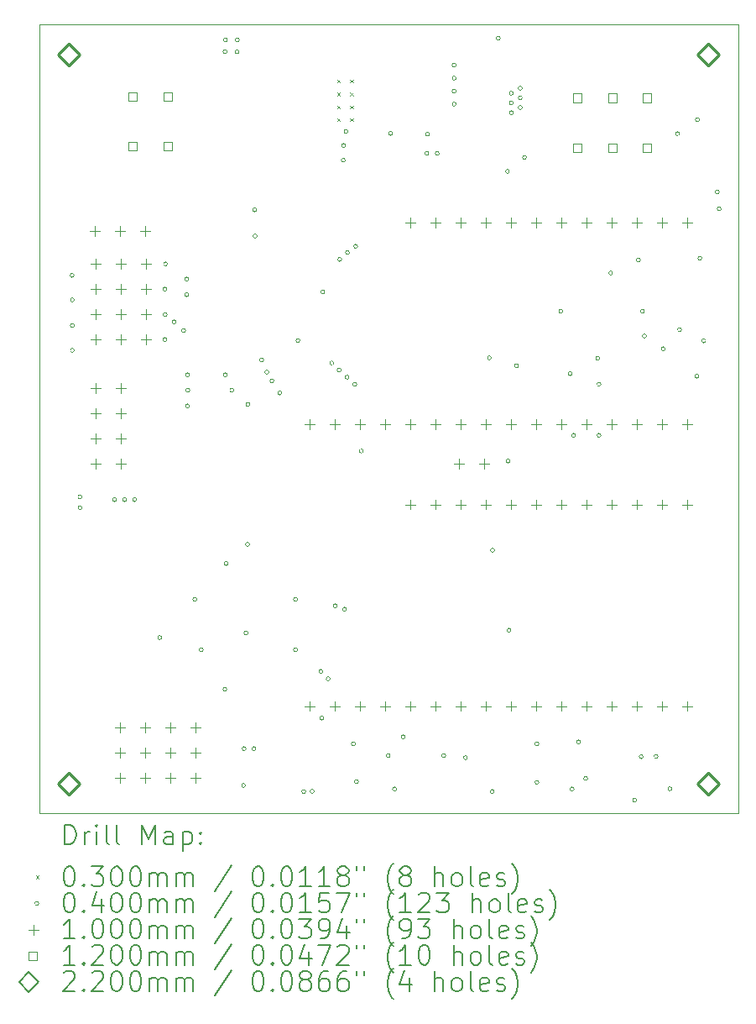
<source format=gbr>
%TF.GenerationSoftware,KiCad,Pcbnew,8.0.3*%
%TF.CreationDate,2024-12-09T22:45:46-06:00*%
%TF.ProjectId,M4_CAN_Feather_Carrier,4d345f43-414e-45f4-9665-61746865725f,6*%
%TF.SameCoordinates,Original*%
%TF.FileFunction,Drillmap*%
%TF.FilePolarity,Positive*%
%FSLAX45Y45*%
G04 Gerber Fmt 4.5, Leading zero omitted, Abs format (unit mm)*
G04 Created by KiCad (PCBNEW 8.0.3) date 2024-12-09 22:45:46*
%MOMM*%
%LPD*%
G01*
G04 APERTURE LIST*
%ADD10C,0.100000*%
%ADD11C,0.200000*%
%ADD12C,0.120000*%
%ADD13C,0.220000*%
G04 APERTURE END LIST*
D10*
X-300000Y300000D02*
X6750000Y300000D01*
X6750000Y-7650000D01*
X-300000Y-7650000D01*
X-300000Y300000D01*
D11*
D10*
X2705000Y-257000D02*
X2735000Y-287000D01*
X2735000Y-257000D02*
X2705000Y-287000D01*
X2705000Y-387000D02*
X2735000Y-417000D01*
X2735000Y-387000D02*
X2705000Y-417000D01*
X2705000Y-517000D02*
X2735000Y-547000D01*
X2735000Y-517000D02*
X2705000Y-547000D01*
X2705000Y-647000D02*
X2735000Y-677000D01*
X2735000Y-647000D02*
X2705000Y-677000D01*
X2835000Y-257000D02*
X2865000Y-287000D01*
X2865000Y-257000D02*
X2835000Y-287000D01*
X2835000Y-387000D02*
X2865000Y-417000D01*
X2865000Y-387000D02*
X2835000Y-417000D01*
X2835000Y-517000D02*
X2865000Y-547000D01*
X2865000Y-517000D02*
X2835000Y-547000D01*
X2835000Y-647000D02*
X2865000Y-677000D01*
X2865000Y-647000D02*
X2835000Y-677000D01*
X50000Y-2229000D02*
G75*
G02*
X10000Y-2229000I-20000J0D01*
G01*
X10000Y-2229000D02*
G75*
G02*
X50000Y-2229000I20000J0D01*
G01*
X53000Y-2476000D02*
G75*
G02*
X13000Y-2476000I-20000J0D01*
G01*
X13000Y-2476000D02*
G75*
G02*
X53000Y-2476000I20000J0D01*
G01*
X53000Y-2985000D02*
G75*
G02*
X13000Y-2985000I-20000J0D01*
G01*
X13000Y-2985000D02*
G75*
G02*
X53000Y-2985000I20000J0D01*
G01*
X54000Y-2735000D02*
G75*
G02*
X14000Y-2735000I-20000J0D01*
G01*
X14000Y-2735000D02*
G75*
G02*
X54000Y-2735000I20000J0D01*
G01*
X130000Y-4460000D02*
G75*
G02*
X90000Y-4460000I-20000J0D01*
G01*
X90000Y-4460000D02*
G75*
G02*
X130000Y-4460000I20000J0D01*
G01*
X130000Y-4570000D02*
G75*
G02*
X90000Y-4570000I-20000J0D01*
G01*
X90000Y-4570000D02*
G75*
G02*
X130000Y-4570000I20000J0D01*
G01*
X480000Y-4490000D02*
G75*
G02*
X440000Y-4490000I-20000J0D01*
G01*
X440000Y-4490000D02*
G75*
G02*
X480000Y-4490000I20000J0D01*
G01*
X580000Y-4490000D02*
G75*
G02*
X540000Y-4490000I-20000J0D01*
G01*
X540000Y-4490000D02*
G75*
G02*
X580000Y-4490000I20000J0D01*
G01*
X680000Y-4490000D02*
G75*
G02*
X640000Y-4490000I-20000J0D01*
G01*
X640000Y-4490000D02*
G75*
G02*
X680000Y-4490000I20000J0D01*
G01*
X935000Y-5880000D02*
G75*
G02*
X895000Y-5880000I-20000J0D01*
G01*
X895000Y-5880000D02*
G75*
G02*
X935000Y-5880000I20000J0D01*
G01*
X987740Y-2367280D02*
G75*
G02*
X947740Y-2367280I-20000J0D01*
G01*
X947740Y-2367280D02*
G75*
G02*
X987740Y-2367280I20000J0D01*
G01*
X987740Y-2875280D02*
G75*
G02*
X947740Y-2875280I-20000J0D01*
G01*
X947740Y-2875280D02*
G75*
G02*
X987740Y-2875280I20000J0D01*
G01*
X990280Y-2623820D02*
G75*
G02*
X950280Y-2623820I-20000J0D01*
G01*
X950280Y-2623820D02*
G75*
G02*
X990280Y-2623820I20000J0D01*
G01*
X992820Y-2113280D02*
G75*
G02*
X952820Y-2113280I-20000J0D01*
G01*
X952820Y-2113280D02*
G75*
G02*
X992820Y-2113280I20000J0D01*
G01*
X1080000Y-2698000D02*
G75*
G02*
X1040000Y-2698000I-20000J0D01*
G01*
X1040000Y-2698000D02*
G75*
G02*
X1080000Y-2698000I20000J0D01*
G01*
X1175000Y-2786000D02*
G75*
G02*
X1135000Y-2786000I-20000J0D01*
G01*
X1135000Y-2786000D02*
G75*
G02*
X1175000Y-2786000I20000J0D01*
G01*
X1207000Y-2267000D02*
G75*
G02*
X1167000Y-2267000I-20000J0D01*
G01*
X1167000Y-2267000D02*
G75*
G02*
X1207000Y-2267000I20000J0D01*
G01*
X1207250Y-2423250D02*
G75*
G02*
X1167250Y-2423250I-20000J0D01*
G01*
X1167250Y-2423250D02*
G75*
G02*
X1207250Y-2423250I20000J0D01*
G01*
X1213750Y-3545000D02*
G75*
G02*
X1173750Y-3545000I-20000J0D01*
G01*
X1173750Y-3545000D02*
G75*
G02*
X1213750Y-3545000I20000J0D01*
G01*
X1216000Y-3230880D02*
G75*
G02*
X1176000Y-3230880I-20000J0D01*
G01*
X1176000Y-3230880D02*
G75*
G02*
X1216000Y-3230880I20000J0D01*
G01*
X1219000Y-3387000D02*
G75*
G02*
X1179000Y-3387000I-20000J0D01*
G01*
X1179000Y-3387000D02*
G75*
G02*
X1219000Y-3387000I20000J0D01*
G01*
X1290000Y-5495440D02*
G75*
G02*
X1250000Y-5495440I-20000J0D01*
G01*
X1250000Y-5495440D02*
G75*
G02*
X1290000Y-5495440I20000J0D01*
G01*
X1353500Y-6003440D02*
G75*
G02*
X1313500Y-6003440I-20000J0D01*
G01*
X1313500Y-6003440D02*
G75*
G02*
X1353500Y-6003440I20000J0D01*
G01*
X1592260Y-6399680D02*
G75*
G02*
X1552260Y-6399680I-20000J0D01*
G01*
X1552260Y-6399680D02*
G75*
G02*
X1592260Y-6399680I20000J0D01*
G01*
X1595000Y25000D02*
G75*
G02*
X1555000Y25000I-20000J0D01*
G01*
X1555000Y25000D02*
G75*
G02*
X1595000Y25000I20000J0D01*
G01*
X1596000Y-3231000D02*
G75*
G02*
X1556000Y-3231000I-20000J0D01*
G01*
X1556000Y-3231000D02*
G75*
G02*
X1596000Y-3231000I20000J0D01*
G01*
X1598000Y145000D02*
G75*
G02*
X1558000Y145000I-20000J0D01*
G01*
X1558000Y145000D02*
G75*
G02*
X1598000Y145000I20000J0D01*
G01*
X1604960Y-5134760D02*
G75*
G02*
X1564960Y-5134760I-20000J0D01*
G01*
X1564960Y-5134760D02*
G75*
G02*
X1604960Y-5134760I20000J0D01*
G01*
X1663000Y-3386000D02*
G75*
G02*
X1623000Y-3386000I-20000J0D01*
G01*
X1623000Y-3386000D02*
G75*
G02*
X1663000Y-3386000I20000J0D01*
G01*
X1715000Y25000D02*
G75*
G02*
X1675000Y25000I-20000J0D01*
G01*
X1675000Y25000D02*
G75*
G02*
X1715000Y25000I20000J0D01*
G01*
X1718000Y145000D02*
G75*
G02*
X1678000Y145000I-20000J0D01*
G01*
X1678000Y145000D02*
G75*
G02*
X1718000Y145000I20000J0D01*
G01*
X1780000Y-7370000D02*
G75*
G02*
X1740000Y-7370000I-20000J0D01*
G01*
X1740000Y-7370000D02*
G75*
G02*
X1780000Y-7370000I20000J0D01*
G01*
X1786000Y-6999000D02*
G75*
G02*
X1746000Y-6999000I-20000J0D01*
G01*
X1746000Y-6999000D02*
G75*
G02*
X1786000Y-6999000I20000J0D01*
G01*
X1805620Y-5833260D02*
G75*
G02*
X1765620Y-5833260I-20000J0D01*
G01*
X1765620Y-5833260D02*
G75*
G02*
X1805620Y-5833260I20000J0D01*
G01*
X1820000Y-4940000D02*
G75*
G02*
X1780000Y-4940000I-20000J0D01*
G01*
X1780000Y-4940000D02*
G75*
G02*
X1820000Y-4940000I20000J0D01*
G01*
X1825000Y-3530000D02*
G75*
G02*
X1785000Y-3530000I-20000J0D01*
G01*
X1785000Y-3530000D02*
G75*
G02*
X1825000Y-3530000I20000J0D01*
G01*
X1886000Y-6999000D02*
G75*
G02*
X1846000Y-6999000I-20000J0D01*
G01*
X1846000Y-6999000D02*
G75*
G02*
X1886000Y-6999000I20000J0D01*
G01*
X1892000Y-1568000D02*
G75*
G02*
X1852000Y-1568000I-20000J0D01*
G01*
X1852000Y-1568000D02*
G75*
G02*
X1892000Y-1568000I20000J0D01*
G01*
X1898000Y-1833000D02*
G75*
G02*
X1858000Y-1833000I-20000J0D01*
G01*
X1858000Y-1833000D02*
G75*
G02*
X1898000Y-1833000I20000J0D01*
G01*
X1962550Y-3080000D02*
G75*
G02*
X1922550Y-3080000I-20000J0D01*
G01*
X1922550Y-3080000D02*
G75*
G02*
X1962550Y-3080000I20000J0D01*
G01*
X2015000Y-3205000D02*
G75*
G02*
X1975000Y-3205000I-20000J0D01*
G01*
X1975000Y-3205000D02*
G75*
G02*
X2015000Y-3205000I20000J0D01*
G01*
X2067135Y-3292550D02*
G75*
G02*
X2027135Y-3292550I-20000J0D01*
G01*
X2027135Y-3292550D02*
G75*
G02*
X2067135Y-3292550I20000J0D01*
G01*
X2145000Y-3415000D02*
G75*
G02*
X2105000Y-3415000I-20000J0D01*
G01*
X2105000Y-3415000D02*
G75*
G02*
X2145000Y-3415000I20000J0D01*
G01*
X2306000Y-5495440D02*
G75*
G02*
X2266000Y-5495440I-20000J0D01*
G01*
X2266000Y-5495440D02*
G75*
G02*
X2306000Y-5495440I20000J0D01*
G01*
X2306000Y-6003440D02*
G75*
G02*
X2266000Y-6003440I-20000J0D01*
G01*
X2266000Y-6003440D02*
G75*
G02*
X2306000Y-6003440I20000J0D01*
G01*
X2330000Y-2885000D02*
G75*
G02*
X2290000Y-2885000I-20000J0D01*
G01*
X2290000Y-2885000D02*
G75*
G02*
X2330000Y-2885000I20000J0D01*
G01*
X2387960Y-7431480D02*
G75*
G02*
X2347960Y-7431480I-20000J0D01*
G01*
X2347960Y-7431480D02*
G75*
G02*
X2387960Y-7431480I20000J0D01*
G01*
X2472380Y-7430640D02*
G75*
G02*
X2432380Y-7430640I-20000J0D01*
G01*
X2432380Y-7430640D02*
G75*
G02*
X2472380Y-7430640I20000J0D01*
G01*
X2560000Y-6220000D02*
G75*
G02*
X2520000Y-6220000I-20000J0D01*
G01*
X2520000Y-6220000D02*
G75*
G02*
X2560000Y-6220000I20000J0D01*
G01*
X2570000Y-6690000D02*
G75*
G02*
X2530000Y-6690000I-20000J0D01*
G01*
X2530000Y-6690000D02*
G75*
G02*
X2570000Y-6690000I20000J0D01*
G01*
X2580000Y-2397000D02*
G75*
G02*
X2540000Y-2397000I-20000J0D01*
G01*
X2540000Y-2397000D02*
G75*
G02*
X2580000Y-2397000I20000J0D01*
G01*
X2635000Y-6295000D02*
G75*
G02*
X2595000Y-6295000I-20000J0D01*
G01*
X2595000Y-6295000D02*
G75*
G02*
X2635000Y-6295000I20000J0D01*
G01*
X2670000Y-3112000D02*
G75*
G02*
X2630000Y-3112000I-20000J0D01*
G01*
X2630000Y-3112000D02*
G75*
G02*
X2670000Y-3112000I20000J0D01*
G01*
X2706594Y-5558698D02*
G75*
G02*
X2666594Y-5558698I-20000J0D01*
G01*
X2666594Y-5558698D02*
G75*
G02*
X2706594Y-5558698I20000J0D01*
G01*
X2746000Y-3182000D02*
G75*
G02*
X2706000Y-3182000I-20000J0D01*
G01*
X2706000Y-3182000D02*
G75*
G02*
X2746000Y-3182000I20000J0D01*
G01*
X2751000Y-2068000D02*
G75*
G02*
X2711000Y-2068000I-20000J0D01*
G01*
X2711000Y-2068000D02*
G75*
G02*
X2751000Y-2068000I20000J0D01*
G01*
X2787000Y-1069000D02*
G75*
G02*
X2747000Y-1069000I-20000J0D01*
G01*
X2747000Y-1069000D02*
G75*
G02*
X2787000Y-1069000I20000J0D01*
G01*
X2790000Y-920000D02*
G75*
G02*
X2750000Y-920000I-20000J0D01*
G01*
X2750000Y-920000D02*
G75*
G02*
X2790000Y-920000I20000J0D01*
G01*
X2800000Y-5594410D02*
G75*
G02*
X2760000Y-5594410I-20000J0D01*
G01*
X2760000Y-5594410D02*
G75*
G02*
X2800000Y-5594410I20000J0D01*
G01*
X2815000Y-780000D02*
G75*
G02*
X2775000Y-780000I-20000J0D01*
G01*
X2775000Y-780000D02*
G75*
G02*
X2815000Y-780000I20000J0D01*
G01*
X2826000Y-3255000D02*
G75*
G02*
X2786000Y-3255000I-20000J0D01*
G01*
X2786000Y-3255000D02*
G75*
G02*
X2826000Y-3255000I20000J0D01*
G01*
X2829000Y-1999000D02*
G75*
G02*
X2789000Y-1999000I-20000J0D01*
G01*
X2789000Y-1999000D02*
G75*
G02*
X2829000Y-1999000I20000J0D01*
G01*
X2890000Y-6950000D02*
G75*
G02*
X2850000Y-6950000I-20000J0D01*
G01*
X2850000Y-6950000D02*
G75*
G02*
X2890000Y-6950000I20000J0D01*
G01*
X2902000Y-3328000D02*
G75*
G02*
X2862000Y-3328000I-20000J0D01*
G01*
X2862000Y-3328000D02*
G75*
G02*
X2902000Y-3328000I20000J0D01*
G01*
X2912000Y-1936000D02*
G75*
G02*
X2872000Y-1936000I-20000J0D01*
G01*
X2872000Y-1936000D02*
G75*
G02*
X2912000Y-1936000I20000J0D01*
G01*
X2920000Y-7330000D02*
G75*
G02*
X2880000Y-7330000I-20000J0D01*
G01*
X2880000Y-7330000D02*
G75*
G02*
X2920000Y-7330000I20000J0D01*
G01*
X2969000Y-4000000D02*
G75*
G02*
X2929000Y-4000000I-20000J0D01*
G01*
X2929000Y-4000000D02*
G75*
G02*
X2969000Y-4000000I20000J0D01*
G01*
X3240000Y-7070000D02*
G75*
G02*
X3200000Y-7070000I-20000J0D01*
G01*
X3200000Y-7070000D02*
G75*
G02*
X3240000Y-7070000I20000J0D01*
G01*
X3264000Y-798000D02*
G75*
G02*
X3224000Y-798000I-20000J0D01*
G01*
X3224000Y-798000D02*
G75*
G02*
X3264000Y-798000I20000J0D01*
G01*
X3304380Y-7405640D02*
G75*
G02*
X3264380Y-7405640I-20000J0D01*
G01*
X3264380Y-7405640D02*
G75*
G02*
X3304380Y-7405640I20000J0D01*
G01*
X3390000Y-6880000D02*
G75*
G02*
X3350000Y-6880000I-20000J0D01*
G01*
X3350000Y-6880000D02*
G75*
G02*
X3390000Y-6880000I20000J0D01*
G01*
X3630000Y-1000000D02*
G75*
G02*
X3590000Y-1000000I-20000J0D01*
G01*
X3590000Y-1000000D02*
G75*
G02*
X3630000Y-1000000I20000J0D01*
G01*
X3637000Y-805000D02*
G75*
G02*
X3597000Y-805000I-20000J0D01*
G01*
X3597000Y-805000D02*
G75*
G02*
X3637000Y-805000I20000J0D01*
G01*
X3735000Y-1000000D02*
G75*
G02*
X3695000Y-1000000I-20000J0D01*
G01*
X3695000Y-1000000D02*
G75*
G02*
X3735000Y-1000000I20000J0D01*
G01*
X3800000Y-7070000D02*
G75*
G02*
X3760000Y-7070000I-20000J0D01*
G01*
X3760000Y-7070000D02*
G75*
G02*
X3800000Y-7070000I20000J0D01*
G01*
X3906000Y-111000D02*
G75*
G02*
X3866000Y-111000I-20000J0D01*
G01*
X3866000Y-111000D02*
G75*
G02*
X3906000Y-111000I20000J0D01*
G01*
X3906000Y-241667D02*
G75*
G02*
X3866000Y-241667I-20000J0D01*
G01*
X3866000Y-241667D02*
G75*
G02*
X3906000Y-241667I20000J0D01*
G01*
X3906000Y-372333D02*
G75*
G02*
X3866000Y-372333I-20000J0D01*
G01*
X3866000Y-372333D02*
G75*
G02*
X3906000Y-372333I20000J0D01*
G01*
X3906000Y-503000D02*
G75*
G02*
X3866000Y-503000I-20000J0D01*
G01*
X3866000Y-503000D02*
G75*
G02*
X3906000Y-503000I20000J0D01*
G01*
X4020000Y-7090000D02*
G75*
G02*
X3980000Y-7090000I-20000J0D01*
G01*
X3980000Y-7090000D02*
G75*
G02*
X4020000Y-7090000I20000J0D01*
G01*
X4261000Y-3060000D02*
G75*
G02*
X4221000Y-3060000I-20000J0D01*
G01*
X4221000Y-3060000D02*
G75*
G02*
X4261000Y-3060000I20000J0D01*
G01*
X4290680Y-7430640D02*
G75*
G02*
X4250680Y-7430640I-20000J0D01*
G01*
X4250680Y-7430640D02*
G75*
G02*
X4290680Y-7430640I20000J0D01*
G01*
X4293000Y-4999000D02*
G75*
G02*
X4253000Y-4999000I-20000J0D01*
G01*
X4253000Y-4999000D02*
G75*
G02*
X4293000Y-4999000I20000J0D01*
G01*
X4351000Y162000D02*
G75*
G02*
X4311000Y162000I-20000J0D01*
G01*
X4311000Y162000D02*
G75*
G02*
X4351000Y162000I20000J0D01*
G01*
X4444000Y-1181000D02*
G75*
G02*
X4404000Y-1181000I-20000J0D01*
G01*
X4404000Y-1181000D02*
G75*
G02*
X4444000Y-1181000I20000J0D01*
G01*
X4450000Y-4099800D02*
G75*
G02*
X4410000Y-4099800I-20000J0D01*
G01*
X4410000Y-4099800D02*
G75*
G02*
X4450000Y-4099800I20000J0D01*
G01*
X4460000Y-5805000D02*
G75*
G02*
X4420000Y-5805000I-20000J0D01*
G01*
X4420000Y-5805000D02*
G75*
G02*
X4460000Y-5805000I20000J0D01*
G01*
X4482000Y-394000D02*
G75*
G02*
X4442000Y-394000I-20000J0D01*
G01*
X4442000Y-394000D02*
G75*
G02*
X4482000Y-394000I20000J0D01*
G01*
X4483000Y-492000D02*
G75*
G02*
X4443000Y-492000I-20000J0D01*
G01*
X4443000Y-492000D02*
G75*
G02*
X4483000Y-492000I20000J0D01*
G01*
X4483000Y-590000D02*
G75*
G02*
X4443000Y-590000I-20000J0D01*
G01*
X4443000Y-590000D02*
G75*
G02*
X4483000Y-590000I20000J0D01*
G01*
X4535000Y-3140000D02*
G75*
G02*
X4495000Y-3140000I-20000J0D01*
G01*
X4495000Y-3140000D02*
G75*
G02*
X4535000Y-3140000I20000J0D01*
G01*
X4572000Y-342000D02*
G75*
G02*
X4532000Y-342000I-20000J0D01*
G01*
X4532000Y-342000D02*
G75*
G02*
X4572000Y-342000I20000J0D01*
G01*
X4573000Y-440000D02*
G75*
G02*
X4533000Y-440000I-20000J0D01*
G01*
X4533000Y-440000D02*
G75*
G02*
X4573000Y-440000I20000J0D01*
G01*
X4573000Y-538000D02*
G75*
G02*
X4533000Y-538000I-20000J0D01*
G01*
X4533000Y-538000D02*
G75*
G02*
X4573000Y-538000I20000J0D01*
G01*
X4615000Y-1040000D02*
G75*
G02*
X4575000Y-1040000I-20000J0D01*
G01*
X4575000Y-1040000D02*
G75*
G02*
X4615000Y-1040000I20000J0D01*
G01*
X4740000Y-6950000D02*
G75*
G02*
X4700000Y-6950000I-20000J0D01*
G01*
X4700000Y-6950000D02*
G75*
G02*
X4740000Y-6950000I20000J0D01*
G01*
X4741000Y-7338000D02*
G75*
G02*
X4701000Y-7338000I-20000J0D01*
G01*
X4701000Y-7338000D02*
G75*
G02*
X4741000Y-7338000I20000J0D01*
G01*
X4982000Y-2592000D02*
G75*
G02*
X4942000Y-2592000I-20000J0D01*
G01*
X4942000Y-2592000D02*
G75*
G02*
X4982000Y-2592000I20000J0D01*
G01*
X5075000Y-3220000D02*
G75*
G02*
X5035000Y-3220000I-20000J0D01*
G01*
X5035000Y-3220000D02*
G75*
G02*
X5075000Y-3220000I20000J0D01*
G01*
X5095860Y-7405640D02*
G75*
G02*
X5055860Y-7405640I-20000J0D01*
G01*
X5055860Y-7405640D02*
G75*
G02*
X5095860Y-7405640I20000J0D01*
G01*
X5112000Y-3841000D02*
G75*
G02*
X5072000Y-3841000I-20000J0D01*
G01*
X5072000Y-3841000D02*
G75*
G02*
X5112000Y-3841000I20000J0D01*
G01*
X5160000Y-6930500D02*
G75*
G02*
X5120000Y-6930500I-20000J0D01*
G01*
X5120000Y-6930500D02*
G75*
G02*
X5160000Y-6930500I20000J0D01*
G01*
X5233000Y-7300000D02*
G75*
G02*
X5193000Y-7300000I-20000J0D01*
G01*
X5193000Y-7300000D02*
G75*
G02*
X5233000Y-7300000I20000J0D01*
G01*
X5355000Y-3065000D02*
G75*
G02*
X5315000Y-3065000I-20000J0D01*
G01*
X5315000Y-3065000D02*
G75*
G02*
X5355000Y-3065000I20000J0D01*
G01*
X5367000Y-3325000D02*
G75*
G02*
X5327000Y-3325000I-20000J0D01*
G01*
X5327000Y-3325000D02*
G75*
G02*
X5367000Y-3325000I20000J0D01*
G01*
X5367000Y-3841000D02*
G75*
G02*
X5327000Y-3841000I-20000J0D01*
G01*
X5327000Y-3841000D02*
G75*
G02*
X5367000Y-3841000I20000J0D01*
G01*
X5485000Y-2205000D02*
G75*
G02*
X5445000Y-2205000I-20000J0D01*
G01*
X5445000Y-2205000D02*
G75*
G02*
X5485000Y-2205000I20000J0D01*
G01*
X5727000Y-7519000D02*
G75*
G02*
X5687000Y-7519000I-20000J0D01*
G01*
X5687000Y-7519000D02*
G75*
G02*
X5727000Y-7519000I20000J0D01*
G01*
X5765000Y-2075000D02*
G75*
G02*
X5725000Y-2075000I-20000J0D01*
G01*
X5725000Y-2075000D02*
G75*
G02*
X5765000Y-2075000I20000J0D01*
G01*
X5793000Y-7081000D02*
G75*
G02*
X5753000Y-7081000I-20000J0D01*
G01*
X5753000Y-7081000D02*
G75*
G02*
X5793000Y-7081000I20000J0D01*
G01*
X5805000Y-2590000D02*
G75*
G02*
X5765000Y-2590000I-20000J0D01*
G01*
X5765000Y-2590000D02*
G75*
G02*
X5805000Y-2590000I20000J0D01*
G01*
X5825000Y-2840000D02*
G75*
G02*
X5785000Y-2840000I-20000J0D01*
G01*
X5785000Y-2840000D02*
G75*
G02*
X5825000Y-2840000I20000J0D01*
G01*
X5943000Y-7076000D02*
G75*
G02*
X5903000Y-7076000I-20000J0D01*
G01*
X5903000Y-7076000D02*
G75*
G02*
X5943000Y-7076000I20000J0D01*
G01*
X6015000Y-2970000D02*
G75*
G02*
X5975000Y-2970000I-20000J0D01*
G01*
X5975000Y-2970000D02*
G75*
G02*
X6015000Y-2970000I20000J0D01*
G01*
X6083000Y-7404000D02*
G75*
G02*
X6043000Y-7404000I-20000J0D01*
G01*
X6043000Y-7404000D02*
G75*
G02*
X6083000Y-7404000I20000J0D01*
G01*
X6160000Y-800000D02*
G75*
G02*
X6120000Y-800000I-20000J0D01*
G01*
X6120000Y-800000D02*
G75*
G02*
X6160000Y-800000I20000J0D01*
G01*
X6180000Y-2775000D02*
G75*
G02*
X6140000Y-2775000I-20000J0D01*
G01*
X6140000Y-2775000D02*
G75*
G02*
X6180000Y-2775000I20000J0D01*
G01*
X6355000Y-3245000D02*
G75*
G02*
X6315000Y-3245000I-20000J0D01*
G01*
X6315000Y-3245000D02*
G75*
G02*
X6355000Y-3245000I20000J0D01*
G01*
X6360000Y-660000D02*
G75*
G02*
X6320000Y-660000I-20000J0D01*
G01*
X6320000Y-660000D02*
G75*
G02*
X6360000Y-660000I20000J0D01*
G01*
X6385000Y-2055000D02*
G75*
G02*
X6345000Y-2055000I-20000J0D01*
G01*
X6345000Y-2055000D02*
G75*
G02*
X6385000Y-2055000I20000J0D01*
G01*
X6425000Y-2890000D02*
G75*
G02*
X6385000Y-2890000I-20000J0D01*
G01*
X6385000Y-2890000D02*
G75*
G02*
X6425000Y-2890000I20000J0D01*
G01*
X6560000Y-1390000D02*
G75*
G02*
X6520000Y-1390000I-20000J0D01*
G01*
X6520000Y-1390000D02*
G75*
G02*
X6560000Y-1390000I20000J0D01*
G01*
X6580000Y-1560000D02*
G75*
G02*
X6540000Y-1560000I-20000J0D01*
G01*
X6540000Y-1560000D02*
G75*
G02*
X6580000Y-1560000I20000J0D01*
G01*
X262850Y-1735030D02*
X262850Y-1835030D01*
X212850Y-1785030D02*
X312850Y-1785030D01*
X270700Y-2063230D02*
X270700Y-2163230D01*
X220700Y-2113230D02*
X320700Y-2113230D01*
X270700Y-2317230D02*
X270700Y-2417230D01*
X220700Y-2367230D02*
X320700Y-2367230D01*
X270700Y-2571230D02*
X270700Y-2671230D01*
X220700Y-2621230D02*
X320700Y-2621230D01*
X270700Y-2825230D02*
X270700Y-2925230D01*
X220700Y-2875230D02*
X320700Y-2875230D01*
X270700Y-3318000D02*
X270700Y-3418000D01*
X220700Y-3368000D02*
X320700Y-3368000D01*
X270700Y-3572000D02*
X270700Y-3672000D01*
X220700Y-3622000D02*
X320700Y-3622000D01*
X270700Y-3826000D02*
X270700Y-3926000D01*
X220700Y-3876000D02*
X320700Y-3876000D01*
X270700Y-4080000D02*
X270700Y-4180000D01*
X220700Y-4130000D02*
X320700Y-4130000D01*
X511571Y-6733000D02*
X511571Y-6833000D01*
X461571Y-6783000D02*
X561571Y-6783000D01*
X511571Y-6987000D02*
X511571Y-7087000D01*
X461571Y-7037000D02*
X561571Y-7037000D01*
X511571Y-7241000D02*
X511571Y-7341000D01*
X461571Y-7291000D02*
X561571Y-7291000D01*
X516850Y-1735030D02*
X516850Y-1835030D01*
X466850Y-1785030D02*
X566850Y-1785030D01*
X524700Y-2063230D02*
X524700Y-2163230D01*
X474700Y-2113230D02*
X574700Y-2113230D01*
X524700Y-2317230D02*
X524700Y-2417230D01*
X474700Y-2367230D02*
X574700Y-2367230D01*
X524700Y-2571230D02*
X524700Y-2671230D01*
X474700Y-2621230D02*
X574700Y-2621230D01*
X524700Y-2825230D02*
X524700Y-2925230D01*
X474700Y-2875230D02*
X574700Y-2875230D01*
X524700Y-3318000D02*
X524700Y-3418000D01*
X474700Y-3368000D02*
X574700Y-3368000D01*
X524700Y-3572000D02*
X524700Y-3672000D01*
X474700Y-3622000D02*
X574700Y-3622000D01*
X524700Y-3826000D02*
X524700Y-3926000D01*
X474700Y-3876000D02*
X574700Y-3876000D01*
X524700Y-4080000D02*
X524700Y-4180000D01*
X474700Y-4130000D02*
X574700Y-4130000D01*
X765571Y-6733000D02*
X765571Y-6833000D01*
X715571Y-6783000D02*
X815571Y-6783000D01*
X765571Y-6987000D02*
X765571Y-7087000D01*
X715571Y-7037000D02*
X815571Y-7037000D01*
X765571Y-7241000D02*
X765571Y-7341000D01*
X715571Y-7291000D02*
X815571Y-7291000D01*
X770850Y-1735030D02*
X770850Y-1835030D01*
X720850Y-1785030D02*
X820850Y-1785030D01*
X778700Y-2063230D02*
X778700Y-2163230D01*
X728700Y-2113230D02*
X828700Y-2113230D01*
X778700Y-2317230D02*
X778700Y-2417230D01*
X728700Y-2367230D02*
X828700Y-2367230D01*
X778700Y-2571230D02*
X778700Y-2671230D01*
X728700Y-2621230D02*
X828700Y-2621230D01*
X778700Y-2825230D02*
X778700Y-2925230D01*
X728700Y-2875230D02*
X828700Y-2875230D01*
X1019571Y-6733000D02*
X1019571Y-6833000D01*
X969571Y-6783000D02*
X1069571Y-6783000D01*
X1019571Y-6987000D02*
X1019571Y-7087000D01*
X969571Y-7037000D02*
X1069571Y-7037000D01*
X1019571Y-7241000D02*
X1019571Y-7341000D01*
X969571Y-7291000D02*
X1069571Y-7291000D01*
X1273571Y-6733000D02*
X1273571Y-6833000D01*
X1223571Y-6783000D02*
X1323571Y-6783000D01*
X1273571Y-6987000D02*
X1273571Y-7087000D01*
X1223571Y-7037000D02*
X1323571Y-7037000D01*
X1273571Y-7241000D02*
X1273571Y-7341000D01*
X1223571Y-7291000D02*
X1323571Y-7291000D01*
X2427000Y-3682500D02*
X2427000Y-3782500D01*
X2377000Y-3732500D02*
X2477000Y-3732500D01*
X2427000Y-6520500D02*
X2427000Y-6620500D01*
X2377000Y-6570500D02*
X2477000Y-6570500D01*
X2678000Y-3682500D02*
X2678000Y-3782500D01*
X2628000Y-3732500D02*
X2728000Y-3732500D01*
X2678000Y-6520500D02*
X2678000Y-6620500D01*
X2628000Y-6570500D02*
X2728000Y-6570500D01*
X2932000Y-3682500D02*
X2932000Y-3782500D01*
X2882000Y-3732500D02*
X2982000Y-3732500D01*
X2932000Y-6520500D02*
X2932000Y-6620500D01*
X2882000Y-6570500D02*
X2982000Y-6570500D01*
X3186000Y-3682500D02*
X3186000Y-3782500D01*
X3136000Y-3732500D02*
X3236000Y-3732500D01*
X3186000Y-6520500D02*
X3186000Y-6620500D01*
X3136000Y-6570500D02*
X3236000Y-6570500D01*
X3440000Y-1650500D02*
X3440000Y-1750500D01*
X3390000Y-1700500D02*
X3490000Y-1700500D01*
X3440000Y-3682500D02*
X3440000Y-3782500D01*
X3390000Y-3732500D02*
X3490000Y-3732500D01*
X3440000Y-4488500D02*
X3440000Y-4588500D01*
X3390000Y-4538500D02*
X3490000Y-4538500D01*
X3440000Y-6520500D02*
X3440000Y-6620500D01*
X3390000Y-6570500D02*
X3490000Y-6570500D01*
X3694000Y-1650500D02*
X3694000Y-1750500D01*
X3644000Y-1700500D02*
X3744000Y-1700500D01*
X3694000Y-3682500D02*
X3694000Y-3782500D01*
X3644000Y-3732500D02*
X3744000Y-3732500D01*
X3694000Y-4488500D02*
X3694000Y-4588500D01*
X3644000Y-4538500D02*
X3744000Y-4538500D01*
X3694000Y-6520500D02*
X3694000Y-6620500D01*
X3644000Y-6570500D02*
X3744000Y-6570500D01*
X3937500Y-4077500D02*
X3937500Y-4177500D01*
X3887500Y-4127500D02*
X3987500Y-4127500D01*
X3948000Y-1650500D02*
X3948000Y-1750500D01*
X3898000Y-1700500D02*
X3998000Y-1700500D01*
X3948000Y-3682500D02*
X3948000Y-3782500D01*
X3898000Y-3732500D02*
X3998000Y-3732500D01*
X3948000Y-4488500D02*
X3948000Y-4588500D01*
X3898000Y-4538500D02*
X3998000Y-4538500D01*
X3948000Y-6520500D02*
X3948000Y-6620500D01*
X3898000Y-6570500D02*
X3998000Y-6570500D01*
X4191500Y-4077500D02*
X4191500Y-4177500D01*
X4141500Y-4127500D02*
X4241500Y-4127500D01*
X4202000Y-1650500D02*
X4202000Y-1750500D01*
X4152000Y-1700500D02*
X4252000Y-1700500D01*
X4202000Y-3682500D02*
X4202000Y-3782500D01*
X4152000Y-3732500D02*
X4252000Y-3732500D01*
X4202000Y-4488500D02*
X4202000Y-4588500D01*
X4152000Y-4538500D02*
X4252000Y-4538500D01*
X4202000Y-6520500D02*
X4202000Y-6620500D01*
X4152000Y-6570500D02*
X4252000Y-6570500D01*
X4456000Y-1650500D02*
X4456000Y-1750500D01*
X4406000Y-1700500D02*
X4506000Y-1700500D01*
X4456000Y-3682500D02*
X4456000Y-3782500D01*
X4406000Y-3732500D02*
X4506000Y-3732500D01*
X4456000Y-4488500D02*
X4456000Y-4588500D01*
X4406000Y-4538500D02*
X4506000Y-4538500D01*
X4456000Y-6520500D02*
X4456000Y-6620500D01*
X4406000Y-6570500D02*
X4506000Y-6570500D01*
X4710000Y-1650500D02*
X4710000Y-1750500D01*
X4660000Y-1700500D02*
X4760000Y-1700500D01*
X4710000Y-3682500D02*
X4710000Y-3782500D01*
X4660000Y-3732500D02*
X4760000Y-3732500D01*
X4710000Y-4488500D02*
X4710000Y-4588500D01*
X4660000Y-4538500D02*
X4760000Y-4538500D01*
X4710000Y-6520500D02*
X4710000Y-6620500D01*
X4660000Y-6570500D02*
X4760000Y-6570500D01*
X4964000Y-1650500D02*
X4964000Y-1750500D01*
X4914000Y-1700500D02*
X5014000Y-1700500D01*
X4964000Y-3682500D02*
X4964000Y-3782500D01*
X4914000Y-3732500D02*
X5014000Y-3732500D01*
X4964000Y-4488500D02*
X4964000Y-4588500D01*
X4914000Y-4538500D02*
X5014000Y-4538500D01*
X4964000Y-6520500D02*
X4964000Y-6620500D01*
X4914000Y-6570500D02*
X5014000Y-6570500D01*
X5218000Y-1650500D02*
X5218000Y-1750500D01*
X5168000Y-1700500D02*
X5268000Y-1700500D01*
X5218000Y-3682500D02*
X5218000Y-3782500D01*
X5168000Y-3732500D02*
X5268000Y-3732500D01*
X5218000Y-4488500D02*
X5218000Y-4588500D01*
X5168000Y-4538500D02*
X5268000Y-4538500D01*
X5218000Y-6520500D02*
X5218000Y-6620500D01*
X5168000Y-6570500D02*
X5268000Y-6570500D01*
X5472000Y-1650500D02*
X5472000Y-1750500D01*
X5422000Y-1700500D02*
X5522000Y-1700500D01*
X5472000Y-3682500D02*
X5472000Y-3782500D01*
X5422000Y-3732500D02*
X5522000Y-3732500D01*
X5472000Y-4488500D02*
X5472000Y-4588500D01*
X5422000Y-4538500D02*
X5522000Y-4538500D01*
X5472000Y-6520500D02*
X5472000Y-6620500D01*
X5422000Y-6570500D02*
X5522000Y-6570500D01*
X5726000Y-1650500D02*
X5726000Y-1750500D01*
X5676000Y-1700500D02*
X5776000Y-1700500D01*
X5726000Y-3682500D02*
X5726000Y-3782500D01*
X5676000Y-3732500D02*
X5776000Y-3732500D01*
X5726000Y-4488500D02*
X5726000Y-4588500D01*
X5676000Y-4538500D02*
X5776000Y-4538500D01*
X5726000Y-6520500D02*
X5726000Y-6620500D01*
X5676000Y-6570500D02*
X5776000Y-6570500D01*
X5980000Y-1650500D02*
X5980000Y-1750500D01*
X5930000Y-1700500D02*
X6030000Y-1700500D01*
X5980000Y-3682500D02*
X5980000Y-3782500D01*
X5930000Y-3732500D02*
X6030000Y-3732500D01*
X5980000Y-4488500D02*
X5980000Y-4588500D01*
X5930000Y-4538500D02*
X6030000Y-4538500D01*
X5980000Y-6520500D02*
X5980000Y-6620500D01*
X5930000Y-6570500D02*
X6030000Y-6570500D01*
X6234000Y-1650500D02*
X6234000Y-1750500D01*
X6184000Y-1700500D02*
X6284000Y-1700500D01*
X6234000Y-3682500D02*
X6234000Y-3782500D01*
X6184000Y-3732500D02*
X6284000Y-3732500D01*
X6234000Y-4488500D02*
X6234000Y-4588500D01*
X6184000Y-4538500D02*
X6284000Y-4538500D01*
X6234000Y-6520500D02*
X6234000Y-6620500D01*
X6184000Y-6570500D02*
X6284000Y-6570500D01*
D12*
X687427Y-467427D02*
X687427Y-382573D01*
X602573Y-382573D01*
X602573Y-467427D01*
X687427Y-467427D01*
X687427Y-967427D02*
X687427Y-882573D01*
X602573Y-882573D01*
X602573Y-967427D01*
X687427Y-967427D01*
X1037427Y-467427D02*
X1037427Y-382573D01*
X952573Y-382573D01*
X952573Y-467427D01*
X1037427Y-467427D01*
X1037427Y-967427D02*
X1037427Y-882573D01*
X952573Y-882573D01*
X952573Y-967427D01*
X1037427Y-967427D01*
X5172427Y-482427D02*
X5172427Y-397573D01*
X5087573Y-397573D01*
X5087573Y-482427D01*
X5172427Y-482427D01*
X5172427Y-982427D02*
X5172427Y-897573D01*
X5087573Y-897573D01*
X5087573Y-982427D01*
X5172427Y-982427D01*
X5522427Y-482427D02*
X5522427Y-397573D01*
X5437573Y-397573D01*
X5437573Y-482427D01*
X5522427Y-482427D01*
X5522427Y-982427D02*
X5522427Y-897573D01*
X5437573Y-897573D01*
X5437573Y-982427D01*
X5522427Y-982427D01*
X5872427Y-482427D02*
X5872427Y-397573D01*
X5787573Y-397573D01*
X5787573Y-482427D01*
X5872427Y-482427D01*
X5872427Y-982427D02*
X5872427Y-897573D01*
X5787573Y-897573D01*
X5787573Y-982427D01*
X5872427Y-982427D01*
D13*
X0Y-110000D02*
X110000Y0D01*
X0Y110000D01*
X-110000Y0D01*
X0Y-110000D01*
X0Y-7460000D02*
X110000Y-7350000D01*
X0Y-7240000D01*
X-110000Y-7350000D01*
X0Y-7460000D01*
X6450000Y-110000D02*
X6560000Y0D01*
X6450000Y110000D01*
X6340000Y0D01*
X6450000Y-110000D01*
X6450000Y-7460000D02*
X6560000Y-7350000D01*
X6450000Y-7240000D01*
X6340000Y-7350000D01*
X6450000Y-7460000D01*
D11*
X-44223Y-7966484D02*
X-44223Y-7766484D01*
X-44223Y-7766484D02*
X3396Y-7766484D01*
X3396Y-7766484D02*
X31967Y-7776008D01*
X31967Y-7776008D02*
X51015Y-7795055D01*
X51015Y-7795055D02*
X60539Y-7814103D01*
X60539Y-7814103D02*
X70063Y-7852198D01*
X70063Y-7852198D02*
X70063Y-7880769D01*
X70063Y-7880769D02*
X60539Y-7918865D01*
X60539Y-7918865D02*
X51015Y-7937912D01*
X51015Y-7937912D02*
X31967Y-7956960D01*
X31967Y-7956960D02*
X3396Y-7966484D01*
X3396Y-7966484D02*
X-44223Y-7966484D01*
X155777Y-7966484D02*
X155777Y-7833150D01*
X155777Y-7871246D02*
X165301Y-7852198D01*
X165301Y-7852198D02*
X174824Y-7842674D01*
X174824Y-7842674D02*
X193872Y-7833150D01*
X193872Y-7833150D02*
X212920Y-7833150D01*
X279586Y-7966484D02*
X279586Y-7833150D01*
X279586Y-7766484D02*
X270063Y-7776008D01*
X270063Y-7776008D02*
X279586Y-7785531D01*
X279586Y-7785531D02*
X289110Y-7776008D01*
X289110Y-7776008D02*
X279586Y-7766484D01*
X279586Y-7766484D02*
X279586Y-7785531D01*
X403396Y-7966484D02*
X384348Y-7956960D01*
X384348Y-7956960D02*
X374824Y-7937912D01*
X374824Y-7937912D02*
X374824Y-7766484D01*
X508158Y-7966484D02*
X489110Y-7956960D01*
X489110Y-7956960D02*
X479586Y-7937912D01*
X479586Y-7937912D02*
X479586Y-7766484D01*
X736729Y-7966484D02*
X736729Y-7766484D01*
X736729Y-7766484D02*
X803396Y-7909341D01*
X803396Y-7909341D02*
X870062Y-7766484D01*
X870062Y-7766484D02*
X870062Y-7966484D01*
X1051015Y-7966484D02*
X1051015Y-7861722D01*
X1051015Y-7861722D02*
X1041491Y-7842674D01*
X1041491Y-7842674D02*
X1022443Y-7833150D01*
X1022443Y-7833150D02*
X984348Y-7833150D01*
X984348Y-7833150D02*
X965301Y-7842674D01*
X1051015Y-7956960D02*
X1031967Y-7966484D01*
X1031967Y-7966484D02*
X984348Y-7966484D01*
X984348Y-7966484D02*
X965301Y-7956960D01*
X965301Y-7956960D02*
X955777Y-7937912D01*
X955777Y-7937912D02*
X955777Y-7918865D01*
X955777Y-7918865D02*
X965301Y-7899817D01*
X965301Y-7899817D02*
X984348Y-7890293D01*
X984348Y-7890293D02*
X1031967Y-7890293D01*
X1031967Y-7890293D02*
X1051015Y-7880769D01*
X1146253Y-7833150D02*
X1146253Y-8033150D01*
X1146253Y-7842674D02*
X1165301Y-7833150D01*
X1165301Y-7833150D02*
X1203396Y-7833150D01*
X1203396Y-7833150D02*
X1222444Y-7842674D01*
X1222444Y-7842674D02*
X1231967Y-7852198D01*
X1231967Y-7852198D02*
X1241491Y-7871246D01*
X1241491Y-7871246D02*
X1241491Y-7928388D01*
X1241491Y-7928388D02*
X1231967Y-7947436D01*
X1231967Y-7947436D02*
X1222444Y-7956960D01*
X1222444Y-7956960D02*
X1203396Y-7966484D01*
X1203396Y-7966484D02*
X1165301Y-7966484D01*
X1165301Y-7966484D02*
X1146253Y-7956960D01*
X1327205Y-7947436D02*
X1336729Y-7956960D01*
X1336729Y-7956960D02*
X1327205Y-7966484D01*
X1327205Y-7966484D02*
X1317682Y-7956960D01*
X1317682Y-7956960D02*
X1327205Y-7947436D01*
X1327205Y-7947436D02*
X1327205Y-7966484D01*
X1327205Y-7842674D02*
X1336729Y-7852198D01*
X1336729Y-7852198D02*
X1327205Y-7861722D01*
X1327205Y-7861722D02*
X1317682Y-7852198D01*
X1317682Y-7852198D02*
X1327205Y-7842674D01*
X1327205Y-7842674D02*
X1327205Y-7861722D01*
D10*
X-335000Y-8280000D02*
X-305000Y-8310000D01*
X-305000Y-8280000D02*
X-335000Y-8310000D01*
D11*
X-6128Y-8186484D02*
X12920Y-8186484D01*
X12920Y-8186484D02*
X31967Y-8196008D01*
X31967Y-8196008D02*
X41491Y-8205531D01*
X41491Y-8205531D02*
X51015Y-8224579D01*
X51015Y-8224579D02*
X60539Y-8262674D01*
X60539Y-8262674D02*
X60539Y-8310293D01*
X60539Y-8310293D02*
X51015Y-8348388D01*
X51015Y-8348388D02*
X41491Y-8367436D01*
X41491Y-8367436D02*
X31967Y-8376960D01*
X31967Y-8376960D02*
X12920Y-8386484D01*
X12920Y-8386484D02*
X-6128Y-8386484D01*
X-6128Y-8386484D02*
X-25175Y-8376960D01*
X-25175Y-8376960D02*
X-34699Y-8367436D01*
X-34699Y-8367436D02*
X-44223Y-8348388D01*
X-44223Y-8348388D02*
X-53747Y-8310293D01*
X-53747Y-8310293D02*
X-53747Y-8262674D01*
X-53747Y-8262674D02*
X-44223Y-8224579D01*
X-44223Y-8224579D02*
X-34699Y-8205531D01*
X-34699Y-8205531D02*
X-25175Y-8196008D01*
X-25175Y-8196008D02*
X-6128Y-8186484D01*
X146253Y-8367436D02*
X155777Y-8376960D01*
X155777Y-8376960D02*
X146253Y-8386484D01*
X146253Y-8386484D02*
X136729Y-8376960D01*
X136729Y-8376960D02*
X146253Y-8367436D01*
X146253Y-8367436D02*
X146253Y-8386484D01*
X222443Y-8186484D02*
X346253Y-8186484D01*
X346253Y-8186484D02*
X279586Y-8262674D01*
X279586Y-8262674D02*
X308158Y-8262674D01*
X308158Y-8262674D02*
X327205Y-8272198D01*
X327205Y-8272198D02*
X336729Y-8281722D01*
X336729Y-8281722D02*
X346253Y-8300769D01*
X346253Y-8300769D02*
X346253Y-8348388D01*
X346253Y-8348388D02*
X336729Y-8367436D01*
X336729Y-8367436D02*
X327205Y-8376960D01*
X327205Y-8376960D02*
X308158Y-8386484D01*
X308158Y-8386484D02*
X251015Y-8386484D01*
X251015Y-8386484D02*
X231967Y-8376960D01*
X231967Y-8376960D02*
X222443Y-8367436D01*
X470062Y-8186484D02*
X489110Y-8186484D01*
X489110Y-8186484D02*
X508158Y-8196008D01*
X508158Y-8196008D02*
X517682Y-8205531D01*
X517682Y-8205531D02*
X527205Y-8224579D01*
X527205Y-8224579D02*
X536729Y-8262674D01*
X536729Y-8262674D02*
X536729Y-8310293D01*
X536729Y-8310293D02*
X527205Y-8348388D01*
X527205Y-8348388D02*
X517682Y-8367436D01*
X517682Y-8367436D02*
X508158Y-8376960D01*
X508158Y-8376960D02*
X489110Y-8386484D01*
X489110Y-8386484D02*
X470062Y-8386484D01*
X470062Y-8386484D02*
X451015Y-8376960D01*
X451015Y-8376960D02*
X441491Y-8367436D01*
X441491Y-8367436D02*
X431967Y-8348388D01*
X431967Y-8348388D02*
X422443Y-8310293D01*
X422443Y-8310293D02*
X422443Y-8262674D01*
X422443Y-8262674D02*
X431967Y-8224579D01*
X431967Y-8224579D02*
X441491Y-8205531D01*
X441491Y-8205531D02*
X451015Y-8196008D01*
X451015Y-8196008D02*
X470062Y-8186484D01*
X660539Y-8186484D02*
X679586Y-8186484D01*
X679586Y-8186484D02*
X698634Y-8196008D01*
X698634Y-8196008D02*
X708158Y-8205531D01*
X708158Y-8205531D02*
X717682Y-8224579D01*
X717682Y-8224579D02*
X727205Y-8262674D01*
X727205Y-8262674D02*
X727205Y-8310293D01*
X727205Y-8310293D02*
X717682Y-8348388D01*
X717682Y-8348388D02*
X708158Y-8367436D01*
X708158Y-8367436D02*
X698634Y-8376960D01*
X698634Y-8376960D02*
X679586Y-8386484D01*
X679586Y-8386484D02*
X660539Y-8386484D01*
X660539Y-8386484D02*
X641491Y-8376960D01*
X641491Y-8376960D02*
X631967Y-8367436D01*
X631967Y-8367436D02*
X622444Y-8348388D01*
X622444Y-8348388D02*
X612920Y-8310293D01*
X612920Y-8310293D02*
X612920Y-8262674D01*
X612920Y-8262674D02*
X622444Y-8224579D01*
X622444Y-8224579D02*
X631967Y-8205531D01*
X631967Y-8205531D02*
X641491Y-8196008D01*
X641491Y-8196008D02*
X660539Y-8186484D01*
X812920Y-8386484D02*
X812920Y-8253150D01*
X812920Y-8272198D02*
X822443Y-8262674D01*
X822443Y-8262674D02*
X841491Y-8253150D01*
X841491Y-8253150D02*
X870063Y-8253150D01*
X870063Y-8253150D02*
X889110Y-8262674D01*
X889110Y-8262674D02*
X898634Y-8281722D01*
X898634Y-8281722D02*
X898634Y-8386484D01*
X898634Y-8281722D02*
X908158Y-8262674D01*
X908158Y-8262674D02*
X927205Y-8253150D01*
X927205Y-8253150D02*
X955777Y-8253150D01*
X955777Y-8253150D02*
X974824Y-8262674D01*
X974824Y-8262674D02*
X984348Y-8281722D01*
X984348Y-8281722D02*
X984348Y-8386484D01*
X1079586Y-8386484D02*
X1079586Y-8253150D01*
X1079586Y-8272198D02*
X1089110Y-8262674D01*
X1089110Y-8262674D02*
X1108158Y-8253150D01*
X1108158Y-8253150D02*
X1136729Y-8253150D01*
X1136729Y-8253150D02*
X1155777Y-8262674D01*
X1155777Y-8262674D02*
X1165301Y-8281722D01*
X1165301Y-8281722D02*
X1165301Y-8386484D01*
X1165301Y-8281722D02*
X1174825Y-8262674D01*
X1174825Y-8262674D02*
X1193872Y-8253150D01*
X1193872Y-8253150D02*
X1222444Y-8253150D01*
X1222444Y-8253150D02*
X1241491Y-8262674D01*
X1241491Y-8262674D02*
X1251015Y-8281722D01*
X1251015Y-8281722D02*
X1251015Y-8386484D01*
X1641491Y-8176960D02*
X1470063Y-8434103D01*
X1898634Y-8186484D02*
X1917682Y-8186484D01*
X1917682Y-8186484D02*
X1936729Y-8196008D01*
X1936729Y-8196008D02*
X1946253Y-8205531D01*
X1946253Y-8205531D02*
X1955777Y-8224579D01*
X1955777Y-8224579D02*
X1965301Y-8262674D01*
X1965301Y-8262674D02*
X1965301Y-8310293D01*
X1965301Y-8310293D02*
X1955777Y-8348388D01*
X1955777Y-8348388D02*
X1946253Y-8367436D01*
X1946253Y-8367436D02*
X1936729Y-8376960D01*
X1936729Y-8376960D02*
X1917682Y-8386484D01*
X1917682Y-8386484D02*
X1898634Y-8386484D01*
X1898634Y-8386484D02*
X1879586Y-8376960D01*
X1879586Y-8376960D02*
X1870063Y-8367436D01*
X1870063Y-8367436D02*
X1860539Y-8348388D01*
X1860539Y-8348388D02*
X1851015Y-8310293D01*
X1851015Y-8310293D02*
X1851015Y-8262674D01*
X1851015Y-8262674D02*
X1860539Y-8224579D01*
X1860539Y-8224579D02*
X1870063Y-8205531D01*
X1870063Y-8205531D02*
X1879586Y-8196008D01*
X1879586Y-8196008D02*
X1898634Y-8186484D01*
X2051015Y-8367436D02*
X2060539Y-8376960D01*
X2060539Y-8376960D02*
X2051015Y-8386484D01*
X2051015Y-8386484D02*
X2041491Y-8376960D01*
X2041491Y-8376960D02*
X2051015Y-8367436D01*
X2051015Y-8367436D02*
X2051015Y-8386484D01*
X2184348Y-8186484D02*
X2203396Y-8186484D01*
X2203396Y-8186484D02*
X2222444Y-8196008D01*
X2222444Y-8196008D02*
X2231968Y-8205531D01*
X2231968Y-8205531D02*
X2241491Y-8224579D01*
X2241491Y-8224579D02*
X2251015Y-8262674D01*
X2251015Y-8262674D02*
X2251015Y-8310293D01*
X2251015Y-8310293D02*
X2241491Y-8348388D01*
X2241491Y-8348388D02*
X2231968Y-8367436D01*
X2231968Y-8367436D02*
X2222444Y-8376960D01*
X2222444Y-8376960D02*
X2203396Y-8386484D01*
X2203396Y-8386484D02*
X2184348Y-8386484D01*
X2184348Y-8386484D02*
X2165301Y-8376960D01*
X2165301Y-8376960D02*
X2155777Y-8367436D01*
X2155777Y-8367436D02*
X2146253Y-8348388D01*
X2146253Y-8348388D02*
X2136729Y-8310293D01*
X2136729Y-8310293D02*
X2136729Y-8262674D01*
X2136729Y-8262674D02*
X2146253Y-8224579D01*
X2146253Y-8224579D02*
X2155777Y-8205531D01*
X2155777Y-8205531D02*
X2165301Y-8196008D01*
X2165301Y-8196008D02*
X2184348Y-8186484D01*
X2441491Y-8386484D02*
X2327206Y-8386484D01*
X2384348Y-8386484D02*
X2384348Y-8186484D01*
X2384348Y-8186484D02*
X2365301Y-8215055D01*
X2365301Y-8215055D02*
X2346253Y-8234103D01*
X2346253Y-8234103D02*
X2327206Y-8243627D01*
X2631968Y-8386484D02*
X2517682Y-8386484D01*
X2574825Y-8386484D02*
X2574825Y-8186484D01*
X2574825Y-8186484D02*
X2555777Y-8215055D01*
X2555777Y-8215055D02*
X2536729Y-8234103D01*
X2536729Y-8234103D02*
X2517682Y-8243627D01*
X2746253Y-8272198D02*
X2727206Y-8262674D01*
X2727206Y-8262674D02*
X2717682Y-8253150D01*
X2717682Y-8253150D02*
X2708158Y-8234103D01*
X2708158Y-8234103D02*
X2708158Y-8224579D01*
X2708158Y-8224579D02*
X2717682Y-8205531D01*
X2717682Y-8205531D02*
X2727206Y-8196008D01*
X2727206Y-8196008D02*
X2746253Y-8186484D01*
X2746253Y-8186484D02*
X2784349Y-8186484D01*
X2784349Y-8186484D02*
X2803396Y-8196008D01*
X2803396Y-8196008D02*
X2812920Y-8205531D01*
X2812920Y-8205531D02*
X2822444Y-8224579D01*
X2822444Y-8224579D02*
X2822444Y-8234103D01*
X2822444Y-8234103D02*
X2812920Y-8253150D01*
X2812920Y-8253150D02*
X2803396Y-8262674D01*
X2803396Y-8262674D02*
X2784349Y-8272198D01*
X2784349Y-8272198D02*
X2746253Y-8272198D01*
X2746253Y-8272198D02*
X2727206Y-8281722D01*
X2727206Y-8281722D02*
X2717682Y-8291246D01*
X2717682Y-8291246D02*
X2708158Y-8310293D01*
X2708158Y-8310293D02*
X2708158Y-8348388D01*
X2708158Y-8348388D02*
X2717682Y-8367436D01*
X2717682Y-8367436D02*
X2727206Y-8376960D01*
X2727206Y-8376960D02*
X2746253Y-8386484D01*
X2746253Y-8386484D02*
X2784349Y-8386484D01*
X2784349Y-8386484D02*
X2803396Y-8376960D01*
X2803396Y-8376960D02*
X2812920Y-8367436D01*
X2812920Y-8367436D02*
X2822444Y-8348388D01*
X2822444Y-8348388D02*
X2822444Y-8310293D01*
X2822444Y-8310293D02*
X2812920Y-8291246D01*
X2812920Y-8291246D02*
X2803396Y-8281722D01*
X2803396Y-8281722D02*
X2784349Y-8272198D01*
X2898634Y-8186484D02*
X2898634Y-8224579D01*
X2974825Y-8186484D02*
X2974825Y-8224579D01*
X3270063Y-8462674D02*
X3260539Y-8453150D01*
X3260539Y-8453150D02*
X3241491Y-8424579D01*
X3241491Y-8424579D02*
X3231968Y-8405531D01*
X3231968Y-8405531D02*
X3222444Y-8376960D01*
X3222444Y-8376960D02*
X3212920Y-8329341D01*
X3212920Y-8329341D02*
X3212920Y-8291246D01*
X3212920Y-8291246D02*
X3222444Y-8243627D01*
X3222444Y-8243627D02*
X3231968Y-8215055D01*
X3231968Y-8215055D02*
X3241491Y-8196008D01*
X3241491Y-8196008D02*
X3260539Y-8167436D01*
X3260539Y-8167436D02*
X3270063Y-8157912D01*
X3374825Y-8272198D02*
X3355777Y-8262674D01*
X3355777Y-8262674D02*
X3346253Y-8253150D01*
X3346253Y-8253150D02*
X3336729Y-8234103D01*
X3336729Y-8234103D02*
X3336729Y-8224579D01*
X3336729Y-8224579D02*
X3346253Y-8205531D01*
X3346253Y-8205531D02*
X3355777Y-8196008D01*
X3355777Y-8196008D02*
X3374825Y-8186484D01*
X3374825Y-8186484D02*
X3412920Y-8186484D01*
X3412920Y-8186484D02*
X3431968Y-8196008D01*
X3431968Y-8196008D02*
X3441491Y-8205531D01*
X3441491Y-8205531D02*
X3451015Y-8224579D01*
X3451015Y-8224579D02*
X3451015Y-8234103D01*
X3451015Y-8234103D02*
X3441491Y-8253150D01*
X3441491Y-8253150D02*
X3431968Y-8262674D01*
X3431968Y-8262674D02*
X3412920Y-8272198D01*
X3412920Y-8272198D02*
X3374825Y-8272198D01*
X3374825Y-8272198D02*
X3355777Y-8281722D01*
X3355777Y-8281722D02*
X3346253Y-8291246D01*
X3346253Y-8291246D02*
X3336729Y-8310293D01*
X3336729Y-8310293D02*
X3336729Y-8348388D01*
X3336729Y-8348388D02*
X3346253Y-8367436D01*
X3346253Y-8367436D02*
X3355777Y-8376960D01*
X3355777Y-8376960D02*
X3374825Y-8386484D01*
X3374825Y-8386484D02*
X3412920Y-8386484D01*
X3412920Y-8386484D02*
X3431968Y-8376960D01*
X3431968Y-8376960D02*
X3441491Y-8367436D01*
X3441491Y-8367436D02*
X3451015Y-8348388D01*
X3451015Y-8348388D02*
X3451015Y-8310293D01*
X3451015Y-8310293D02*
X3441491Y-8291246D01*
X3441491Y-8291246D02*
X3431968Y-8281722D01*
X3431968Y-8281722D02*
X3412920Y-8272198D01*
X3689110Y-8386484D02*
X3689110Y-8186484D01*
X3774825Y-8386484D02*
X3774825Y-8281722D01*
X3774825Y-8281722D02*
X3765301Y-8262674D01*
X3765301Y-8262674D02*
X3746253Y-8253150D01*
X3746253Y-8253150D02*
X3717682Y-8253150D01*
X3717682Y-8253150D02*
X3698634Y-8262674D01*
X3698634Y-8262674D02*
X3689110Y-8272198D01*
X3898634Y-8386484D02*
X3879587Y-8376960D01*
X3879587Y-8376960D02*
X3870063Y-8367436D01*
X3870063Y-8367436D02*
X3860539Y-8348388D01*
X3860539Y-8348388D02*
X3860539Y-8291246D01*
X3860539Y-8291246D02*
X3870063Y-8272198D01*
X3870063Y-8272198D02*
X3879587Y-8262674D01*
X3879587Y-8262674D02*
X3898634Y-8253150D01*
X3898634Y-8253150D02*
X3927206Y-8253150D01*
X3927206Y-8253150D02*
X3946253Y-8262674D01*
X3946253Y-8262674D02*
X3955777Y-8272198D01*
X3955777Y-8272198D02*
X3965301Y-8291246D01*
X3965301Y-8291246D02*
X3965301Y-8348388D01*
X3965301Y-8348388D02*
X3955777Y-8367436D01*
X3955777Y-8367436D02*
X3946253Y-8376960D01*
X3946253Y-8376960D02*
X3927206Y-8386484D01*
X3927206Y-8386484D02*
X3898634Y-8386484D01*
X4079587Y-8386484D02*
X4060539Y-8376960D01*
X4060539Y-8376960D02*
X4051015Y-8357912D01*
X4051015Y-8357912D02*
X4051015Y-8186484D01*
X4231968Y-8376960D02*
X4212920Y-8386484D01*
X4212920Y-8386484D02*
X4174825Y-8386484D01*
X4174825Y-8386484D02*
X4155777Y-8376960D01*
X4155777Y-8376960D02*
X4146253Y-8357912D01*
X4146253Y-8357912D02*
X4146253Y-8281722D01*
X4146253Y-8281722D02*
X4155777Y-8262674D01*
X4155777Y-8262674D02*
X4174825Y-8253150D01*
X4174825Y-8253150D02*
X4212920Y-8253150D01*
X4212920Y-8253150D02*
X4231968Y-8262674D01*
X4231968Y-8262674D02*
X4241492Y-8281722D01*
X4241492Y-8281722D02*
X4241492Y-8300769D01*
X4241492Y-8300769D02*
X4146253Y-8319817D01*
X4317682Y-8376960D02*
X4336730Y-8386484D01*
X4336730Y-8386484D02*
X4374825Y-8386484D01*
X4374825Y-8386484D02*
X4393873Y-8376960D01*
X4393873Y-8376960D02*
X4403396Y-8357912D01*
X4403396Y-8357912D02*
X4403396Y-8348388D01*
X4403396Y-8348388D02*
X4393873Y-8329341D01*
X4393873Y-8329341D02*
X4374825Y-8319817D01*
X4374825Y-8319817D02*
X4346253Y-8319817D01*
X4346253Y-8319817D02*
X4327206Y-8310293D01*
X4327206Y-8310293D02*
X4317682Y-8291246D01*
X4317682Y-8291246D02*
X4317682Y-8281722D01*
X4317682Y-8281722D02*
X4327206Y-8262674D01*
X4327206Y-8262674D02*
X4346253Y-8253150D01*
X4346253Y-8253150D02*
X4374825Y-8253150D01*
X4374825Y-8253150D02*
X4393873Y-8262674D01*
X4470063Y-8462674D02*
X4479587Y-8453150D01*
X4479587Y-8453150D02*
X4498634Y-8424579D01*
X4498634Y-8424579D02*
X4508158Y-8405531D01*
X4508158Y-8405531D02*
X4517682Y-8376960D01*
X4517682Y-8376960D02*
X4527206Y-8329341D01*
X4527206Y-8329341D02*
X4527206Y-8291246D01*
X4527206Y-8291246D02*
X4517682Y-8243627D01*
X4517682Y-8243627D02*
X4508158Y-8215055D01*
X4508158Y-8215055D02*
X4498634Y-8196008D01*
X4498634Y-8196008D02*
X4479587Y-8167436D01*
X4479587Y-8167436D02*
X4470063Y-8157912D01*
D10*
X-305000Y-8559000D02*
G75*
G02*
X-345000Y-8559000I-20000J0D01*
G01*
X-345000Y-8559000D02*
G75*
G02*
X-305000Y-8559000I20000J0D01*
G01*
D11*
X-6128Y-8450484D02*
X12920Y-8450484D01*
X12920Y-8450484D02*
X31967Y-8460008D01*
X31967Y-8460008D02*
X41491Y-8469531D01*
X41491Y-8469531D02*
X51015Y-8488579D01*
X51015Y-8488579D02*
X60539Y-8526674D01*
X60539Y-8526674D02*
X60539Y-8574293D01*
X60539Y-8574293D02*
X51015Y-8612389D01*
X51015Y-8612389D02*
X41491Y-8631436D01*
X41491Y-8631436D02*
X31967Y-8640960D01*
X31967Y-8640960D02*
X12920Y-8650484D01*
X12920Y-8650484D02*
X-6128Y-8650484D01*
X-6128Y-8650484D02*
X-25175Y-8640960D01*
X-25175Y-8640960D02*
X-34699Y-8631436D01*
X-34699Y-8631436D02*
X-44223Y-8612389D01*
X-44223Y-8612389D02*
X-53747Y-8574293D01*
X-53747Y-8574293D02*
X-53747Y-8526674D01*
X-53747Y-8526674D02*
X-44223Y-8488579D01*
X-44223Y-8488579D02*
X-34699Y-8469531D01*
X-34699Y-8469531D02*
X-25175Y-8460008D01*
X-25175Y-8460008D02*
X-6128Y-8450484D01*
X146253Y-8631436D02*
X155777Y-8640960D01*
X155777Y-8640960D02*
X146253Y-8650484D01*
X146253Y-8650484D02*
X136729Y-8640960D01*
X136729Y-8640960D02*
X146253Y-8631436D01*
X146253Y-8631436D02*
X146253Y-8650484D01*
X327205Y-8517150D02*
X327205Y-8650484D01*
X279586Y-8440960D02*
X231967Y-8583817D01*
X231967Y-8583817D02*
X355777Y-8583817D01*
X470062Y-8450484D02*
X489110Y-8450484D01*
X489110Y-8450484D02*
X508158Y-8460008D01*
X508158Y-8460008D02*
X517682Y-8469531D01*
X517682Y-8469531D02*
X527205Y-8488579D01*
X527205Y-8488579D02*
X536729Y-8526674D01*
X536729Y-8526674D02*
X536729Y-8574293D01*
X536729Y-8574293D02*
X527205Y-8612389D01*
X527205Y-8612389D02*
X517682Y-8631436D01*
X517682Y-8631436D02*
X508158Y-8640960D01*
X508158Y-8640960D02*
X489110Y-8650484D01*
X489110Y-8650484D02*
X470062Y-8650484D01*
X470062Y-8650484D02*
X451015Y-8640960D01*
X451015Y-8640960D02*
X441491Y-8631436D01*
X441491Y-8631436D02*
X431967Y-8612389D01*
X431967Y-8612389D02*
X422443Y-8574293D01*
X422443Y-8574293D02*
X422443Y-8526674D01*
X422443Y-8526674D02*
X431967Y-8488579D01*
X431967Y-8488579D02*
X441491Y-8469531D01*
X441491Y-8469531D02*
X451015Y-8460008D01*
X451015Y-8460008D02*
X470062Y-8450484D01*
X660539Y-8450484D02*
X679586Y-8450484D01*
X679586Y-8450484D02*
X698634Y-8460008D01*
X698634Y-8460008D02*
X708158Y-8469531D01*
X708158Y-8469531D02*
X717682Y-8488579D01*
X717682Y-8488579D02*
X727205Y-8526674D01*
X727205Y-8526674D02*
X727205Y-8574293D01*
X727205Y-8574293D02*
X717682Y-8612389D01*
X717682Y-8612389D02*
X708158Y-8631436D01*
X708158Y-8631436D02*
X698634Y-8640960D01*
X698634Y-8640960D02*
X679586Y-8650484D01*
X679586Y-8650484D02*
X660539Y-8650484D01*
X660539Y-8650484D02*
X641491Y-8640960D01*
X641491Y-8640960D02*
X631967Y-8631436D01*
X631967Y-8631436D02*
X622444Y-8612389D01*
X622444Y-8612389D02*
X612920Y-8574293D01*
X612920Y-8574293D02*
X612920Y-8526674D01*
X612920Y-8526674D02*
X622444Y-8488579D01*
X622444Y-8488579D02*
X631967Y-8469531D01*
X631967Y-8469531D02*
X641491Y-8460008D01*
X641491Y-8460008D02*
X660539Y-8450484D01*
X812920Y-8650484D02*
X812920Y-8517150D01*
X812920Y-8536198D02*
X822443Y-8526674D01*
X822443Y-8526674D02*
X841491Y-8517150D01*
X841491Y-8517150D02*
X870063Y-8517150D01*
X870063Y-8517150D02*
X889110Y-8526674D01*
X889110Y-8526674D02*
X898634Y-8545722D01*
X898634Y-8545722D02*
X898634Y-8650484D01*
X898634Y-8545722D02*
X908158Y-8526674D01*
X908158Y-8526674D02*
X927205Y-8517150D01*
X927205Y-8517150D02*
X955777Y-8517150D01*
X955777Y-8517150D02*
X974824Y-8526674D01*
X974824Y-8526674D02*
X984348Y-8545722D01*
X984348Y-8545722D02*
X984348Y-8650484D01*
X1079586Y-8650484D02*
X1079586Y-8517150D01*
X1079586Y-8536198D02*
X1089110Y-8526674D01*
X1089110Y-8526674D02*
X1108158Y-8517150D01*
X1108158Y-8517150D02*
X1136729Y-8517150D01*
X1136729Y-8517150D02*
X1155777Y-8526674D01*
X1155777Y-8526674D02*
X1165301Y-8545722D01*
X1165301Y-8545722D02*
X1165301Y-8650484D01*
X1165301Y-8545722D02*
X1174825Y-8526674D01*
X1174825Y-8526674D02*
X1193872Y-8517150D01*
X1193872Y-8517150D02*
X1222444Y-8517150D01*
X1222444Y-8517150D02*
X1241491Y-8526674D01*
X1241491Y-8526674D02*
X1251015Y-8545722D01*
X1251015Y-8545722D02*
X1251015Y-8650484D01*
X1641491Y-8440960D02*
X1470063Y-8698103D01*
X1898634Y-8450484D02*
X1917682Y-8450484D01*
X1917682Y-8450484D02*
X1936729Y-8460008D01*
X1936729Y-8460008D02*
X1946253Y-8469531D01*
X1946253Y-8469531D02*
X1955777Y-8488579D01*
X1955777Y-8488579D02*
X1965301Y-8526674D01*
X1965301Y-8526674D02*
X1965301Y-8574293D01*
X1965301Y-8574293D02*
X1955777Y-8612389D01*
X1955777Y-8612389D02*
X1946253Y-8631436D01*
X1946253Y-8631436D02*
X1936729Y-8640960D01*
X1936729Y-8640960D02*
X1917682Y-8650484D01*
X1917682Y-8650484D02*
X1898634Y-8650484D01*
X1898634Y-8650484D02*
X1879586Y-8640960D01*
X1879586Y-8640960D02*
X1870063Y-8631436D01*
X1870063Y-8631436D02*
X1860539Y-8612389D01*
X1860539Y-8612389D02*
X1851015Y-8574293D01*
X1851015Y-8574293D02*
X1851015Y-8526674D01*
X1851015Y-8526674D02*
X1860539Y-8488579D01*
X1860539Y-8488579D02*
X1870063Y-8469531D01*
X1870063Y-8469531D02*
X1879586Y-8460008D01*
X1879586Y-8460008D02*
X1898634Y-8450484D01*
X2051015Y-8631436D02*
X2060539Y-8640960D01*
X2060539Y-8640960D02*
X2051015Y-8650484D01*
X2051015Y-8650484D02*
X2041491Y-8640960D01*
X2041491Y-8640960D02*
X2051015Y-8631436D01*
X2051015Y-8631436D02*
X2051015Y-8650484D01*
X2184348Y-8450484D02*
X2203396Y-8450484D01*
X2203396Y-8450484D02*
X2222444Y-8460008D01*
X2222444Y-8460008D02*
X2231968Y-8469531D01*
X2231968Y-8469531D02*
X2241491Y-8488579D01*
X2241491Y-8488579D02*
X2251015Y-8526674D01*
X2251015Y-8526674D02*
X2251015Y-8574293D01*
X2251015Y-8574293D02*
X2241491Y-8612389D01*
X2241491Y-8612389D02*
X2231968Y-8631436D01*
X2231968Y-8631436D02*
X2222444Y-8640960D01*
X2222444Y-8640960D02*
X2203396Y-8650484D01*
X2203396Y-8650484D02*
X2184348Y-8650484D01*
X2184348Y-8650484D02*
X2165301Y-8640960D01*
X2165301Y-8640960D02*
X2155777Y-8631436D01*
X2155777Y-8631436D02*
X2146253Y-8612389D01*
X2146253Y-8612389D02*
X2136729Y-8574293D01*
X2136729Y-8574293D02*
X2136729Y-8526674D01*
X2136729Y-8526674D02*
X2146253Y-8488579D01*
X2146253Y-8488579D02*
X2155777Y-8469531D01*
X2155777Y-8469531D02*
X2165301Y-8460008D01*
X2165301Y-8460008D02*
X2184348Y-8450484D01*
X2441491Y-8650484D02*
X2327206Y-8650484D01*
X2384348Y-8650484D02*
X2384348Y-8450484D01*
X2384348Y-8450484D02*
X2365301Y-8479055D01*
X2365301Y-8479055D02*
X2346253Y-8498103D01*
X2346253Y-8498103D02*
X2327206Y-8507627D01*
X2622444Y-8450484D02*
X2527206Y-8450484D01*
X2527206Y-8450484D02*
X2517682Y-8545722D01*
X2517682Y-8545722D02*
X2527206Y-8536198D01*
X2527206Y-8536198D02*
X2546253Y-8526674D01*
X2546253Y-8526674D02*
X2593872Y-8526674D01*
X2593872Y-8526674D02*
X2612920Y-8536198D01*
X2612920Y-8536198D02*
X2622444Y-8545722D01*
X2622444Y-8545722D02*
X2631968Y-8564770D01*
X2631968Y-8564770D02*
X2631968Y-8612389D01*
X2631968Y-8612389D02*
X2622444Y-8631436D01*
X2622444Y-8631436D02*
X2612920Y-8640960D01*
X2612920Y-8640960D02*
X2593872Y-8650484D01*
X2593872Y-8650484D02*
X2546253Y-8650484D01*
X2546253Y-8650484D02*
X2527206Y-8640960D01*
X2527206Y-8640960D02*
X2517682Y-8631436D01*
X2698634Y-8450484D02*
X2831967Y-8450484D01*
X2831967Y-8450484D02*
X2746253Y-8650484D01*
X2898634Y-8450484D02*
X2898634Y-8488579D01*
X2974825Y-8450484D02*
X2974825Y-8488579D01*
X3270063Y-8726674D02*
X3260539Y-8717150D01*
X3260539Y-8717150D02*
X3241491Y-8688579D01*
X3241491Y-8688579D02*
X3231968Y-8669531D01*
X3231968Y-8669531D02*
X3222444Y-8640960D01*
X3222444Y-8640960D02*
X3212920Y-8593341D01*
X3212920Y-8593341D02*
X3212920Y-8555246D01*
X3212920Y-8555246D02*
X3222444Y-8507627D01*
X3222444Y-8507627D02*
X3231968Y-8479055D01*
X3231968Y-8479055D02*
X3241491Y-8460008D01*
X3241491Y-8460008D02*
X3260539Y-8431436D01*
X3260539Y-8431436D02*
X3270063Y-8421912D01*
X3451015Y-8650484D02*
X3336729Y-8650484D01*
X3393872Y-8650484D02*
X3393872Y-8450484D01*
X3393872Y-8450484D02*
X3374825Y-8479055D01*
X3374825Y-8479055D02*
X3355777Y-8498103D01*
X3355777Y-8498103D02*
X3336729Y-8507627D01*
X3527206Y-8469531D02*
X3536729Y-8460008D01*
X3536729Y-8460008D02*
X3555777Y-8450484D01*
X3555777Y-8450484D02*
X3603396Y-8450484D01*
X3603396Y-8450484D02*
X3622444Y-8460008D01*
X3622444Y-8460008D02*
X3631968Y-8469531D01*
X3631968Y-8469531D02*
X3641491Y-8488579D01*
X3641491Y-8488579D02*
X3641491Y-8507627D01*
X3641491Y-8507627D02*
X3631968Y-8536198D01*
X3631968Y-8536198D02*
X3517682Y-8650484D01*
X3517682Y-8650484D02*
X3641491Y-8650484D01*
X3708158Y-8450484D02*
X3831968Y-8450484D01*
X3831968Y-8450484D02*
X3765301Y-8526674D01*
X3765301Y-8526674D02*
X3793872Y-8526674D01*
X3793872Y-8526674D02*
X3812920Y-8536198D01*
X3812920Y-8536198D02*
X3822444Y-8545722D01*
X3822444Y-8545722D02*
X3831968Y-8564770D01*
X3831968Y-8564770D02*
X3831968Y-8612389D01*
X3831968Y-8612389D02*
X3822444Y-8631436D01*
X3822444Y-8631436D02*
X3812920Y-8640960D01*
X3812920Y-8640960D02*
X3793872Y-8650484D01*
X3793872Y-8650484D02*
X3736729Y-8650484D01*
X3736729Y-8650484D02*
X3717682Y-8640960D01*
X3717682Y-8640960D02*
X3708158Y-8631436D01*
X4070063Y-8650484D02*
X4070063Y-8450484D01*
X4155777Y-8650484D02*
X4155777Y-8545722D01*
X4155777Y-8545722D02*
X4146253Y-8526674D01*
X4146253Y-8526674D02*
X4127206Y-8517150D01*
X4127206Y-8517150D02*
X4098634Y-8517150D01*
X4098634Y-8517150D02*
X4079587Y-8526674D01*
X4079587Y-8526674D02*
X4070063Y-8536198D01*
X4279587Y-8650484D02*
X4260539Y-8640960D01*
X4260539Y-8640960D02*
X4251015Y-8631436D01*
X4251015Y-8631436D02*
X4241492Y-8612389D01*
X4241492Y-8612389D02*
X4241492Y-8555246D01*
X4241492Y-8555246D02*
X4251015Y-8536198D01*
X4251015Y-8536198D02*
X4260539Y-8526674D01*
X4260539Y-8526674D02*
X4279587Y-8517150D01*
X4279587Y-8517150D02*
X4308158Y-8517150D01*
X4308158Y-8517150D02*
X4327206Y-8526674D01*
X4327206Y-8526674D02*
X4336730Y-8536198D01*
X4336730Y-8536198D02*
X4346253Y-8555246D01*
X4346253Y-8555246D02*
X4346253Y-8612389D01*
X4346253Y-8612389D02*
X4336730Y-8631436D01*
X4336730Y-8631436D02*
X4327206Y-8640960D01*
X4327206Y-8640960D02*
X4308158Y-8650484D01*
X4308158Y-8650484D02*
X4279587Y-8650484D01*
X4460539Y-8650484D02*
X4441492Y-8640960D01*
X4441492Y-8640960D02*
X4431968Y-8621912D01*
X4431968Y-8621912D02*
X4431968Y-8450484D01*
X4612920Y-8640960D02*
X4593873Y-8650484D01*
X4593873Y-8650484D02*
X4555777Y-8650484D01*
X4555777Y-8650484D02*
X4536730Y-8640960D01*
X4536730Y-8640960D02*
X4527206Y-8621912D01*
X4527206Y-8621912D02*
X4527206Y-8545722D01*
X4527206Y-8545722D02*
X4536730Y-8526674D01*
X4536730Y-8526674D02*
X4555777Y-8517150D01*
X4555777Y-8517150D02*
X4593873Y-8517150D01*
X4593873Y-8517150D02*
X4612920Y-8526674D01*
X4612920Y-8526674D02*
X4622444Y-8545722D01*
X4622444Y-8545722D02*
X4622444Y-8564770D01*
X4622444Y-8564770D02*
X4527206Y-8583817D01*
X4698634Y-8640960D02*
X4717682Y-8650484D01*
X4717682Y-8650484D02*
X4755777Y-8650484D01*
X4755777Y-8650484D02*
X4774825Y-8640960D01*
X4774825Y-8640960D02*
X4784349Y-8621912D01*
X4784349Y-8621912D02*
X4784349Y-8612389D01*
X4784349Y-8612389D02*
X4774825Y-8593341D01*
X4774825Y-8593341D02*
X4755777Y-8583817D01*
X4755777Y-8583817D02*
X4727206Y-8583817D01*
X4727206Y-8583817D02*
X4708158Y-8574293D01*
X4708158Y-8574293D02*
X4698634Y-8555246D01*
X4698634Y-8555246D02*
X4698634Y-8545722D01*
X4698634Y-8545722D02*
X4708158Y-8526674D01*
X4708158Y-8526674D02*
X4727206Y-8517150D01*
X4727206Y-8517150D02*
X4755777Y-8517150D01*
X4755777Y-8517150D02*
X4774825Y-8526674D01*
X4851015Y-8726674D02*
X4860539Y-8717150D01*
X4860539Y-8717150D02*
X4879587Y-8688579D01*
X4879587Y-8688579D02*
X4889111Y-8669531D01*
X4889111Y-8669531D02*
X4898634Y-8640960D01*
X4898634Y-8640960D02*
X4908158Y-8593341D01*
X4908158Y-8593341D02*
X4908158Y-8555246D01*
X4908158Y-8555246D02*
X4898634Y-8507627D01*
X4898634Y-8507627D02*
X4889111Y-8479055D01*
X4889111Y-8479055D02*
X4879587Y-8460008D01*
X4879587Y-8460008D02*
X4860539Y-8431436D01*
X4860539Y-8431436D02*
X4851015Y-8421912D01*
D10*
X-355000Y-8773000D02*
X-355000Y-8873000D01*
X-405000Y-8823000D02*
X-305000Y-8823000D01*
D11*
X60539Y-8914484D02*
X-53747Y-8914484D01*
X3396Y-8914484D02*
X3396Y-8714484D01*
X3396Y-8714484D02*
X-15652Y-8743055D01*
X-15652Y-8743055D02*
X-34699Y-8762103D01*
X-34699Y-8762103D02*
X-53747Y-8771627D01*
X146253Y-8895436D02*
X155777Y-8904960D01*
X155777Y-8904960D02*
X146253Y-8914484D01*
X146253Y-8914484D02*
X136729Y-8904960D01*
X136729Y-8904960D02*
X146253Y-8895436D01*
X146253Y-8895436D02*
X146253Y-8914484D01*
X279586Y-8714484D02*
X298634Y-8714484D01*
X298634Y-8714484D02*
X317682Y-8724008D01*
X317682Y-8724008D02*
X327205Y-8733531D01*
X327205Y-8733531D02*
X336729Y-8752579D01*
X336729Y-8752579D02*
X346253Y-8790674D01*
X346253Y-8790674D02*
X346253Y-8838293D01*
X346253Y-8838293D02*
X336729Y-8876389D01*
X336729Y-8876389D02*
X327205Y-8895436D01*
X327205Y-8895436D02*
X317682Y-8904960D01*
X317682Y-8904960D02*
X298634Y-8914484D01*
X298634Y-8914484D02*
X279586Y-8914484D01*
X279586Y-8914484D02*
X260539Y-8904960D01*
X260539Y-8904960D02*
X251015Y-8895436D01*
X251015Y-8895436D02*
X241491Y-8876389D01*
X241491Y-8876389D02*
X231967Y-8838293D01*
X231967Y-8838293D02*
X231967Y-8790674D01*
X231967Y-8790674D02*
X241491Y-8752579D01*
X241491Y-8752579D02*
X251015Y-8733531D01*
X251015Y-8733531D02*
X260539Y-8724008D01*
X260539Y-8724008D02*
X279586Y-8714484D01*
X470062Y-8714484D02*
X489110Y-8714484D01*
X489110Y-8714484D02*
X508158Y-8724008D01*
X508158Y-8724008D02*
X517682Y-8733531D01*
X517682Y-8733531D02*
X527205Y-8752579D01*
X527205Y-8752579D02*
X536729Y-8790674D01*
X536729Y-8790674D02*
X536729Y-8838293D01*
X536729Y-8838293D02*
X527205Y-8876389D01*
X527205Y-8876389D02*
X517682Y-8895436D01*
X517682Y-8895436D02*
X508158Y-8904960D01*
X508158Y-8904960D02*
X489110Y-8914484D01*
X489110Y-8914484D02*
X470062Y-8914484D01*
X470062Y-8914484D02*
X451015Y-8904960D01*
X451015Y-8904960D02*
X441491Y-8895436D01*
X441491Y-8895436D02*
X431967Y-8876389D01*
X431967Y-8876389D02*
X422443Y-8838293D01*
X422443Y-8838293D02*
X422443Y-8790674D01*
X422443Y-8790674D02*
X431967Y-8752579D01*
X431967Y-8752579D02*
X441491Y-8733531D01*
X441491Y-8733531D02*
X451015Y-8724008D01*
X451015Y-8724008D02*
X470062Y-8714484D01*
X660539Y-8714484D02*
X679586Y-8714484D01*
X679586Y-8714484D02*
X698634Y-8724008D01*
X698634Y-8724008D02*
X708158Y-8733531D01*
X708158Y-8733531D02*
X717682Y-8752579D01*
X717682Y-8752579D02*
X727205Y-8790674D01*
X727205Y-8790674D02*
X727205Y-8838293D01*
X727205Y-8838293D02*
X717682Y-8876389D01*
X717682Y-8876389D02*
X708158Y-8895436D01*
X708158Y-8895436D02*
X698634Y-8904960D01*
X698634Y-8904960D02*
X679586Y-8914484D01*
X679586Y-8914484D02*
X660539Y-8914484D01*
X660539Y-8914484D02*
X641491Y-8904960D01*
X641491Y-8904960D02*
X631967Y-8895436D01*
X631967Y-8895436D02*
X622444Y-8876389D01*
X622444Y-8876389D02*
X612920Y-8838293D01*
X612920Y-8838293D02*
X612920Y-8790674D01*
X612920Y-8790674D02*
X622444Y-8752579D01*
X622444Y-8752579D02*
X631967Y-8733531D01*
X631967Y-8733531D02*
X641491Y-8724008D01*
X641491Y-8724008D02*
X660539Y-8714484D01*
X812920Y-8914484D02*
X812920Y-8781150D01*
X812920Y-8800198D02*
X822443Y-8790674D01*
X822443Y-8790674D02*
X841491Y-8781150D01*
X841491Y-8781150D02*
X870063Y-8781150D01*
X870063Y-8781150D02*
X889110Y-8790674D01*
X889110Y-8790674D02*
X898634Y-8809722D01*
X898634Y-8809722D02*
X898634Y-8914484D01*
X898634Y-8809722D02*
X908158Y-8790674D01*
X908158Y-8790674D02*
X927205Y-8781150D01*
X927205Y-8781150D02*
X955777Y-8781150D01*
X955777Y-8781150D02*
X974824Y-8790674D01*
X974824Y-8790674D02*
X984348Y-8809722D01*
X984348Y-8809722D02*
X984348Y-8914484D01*
X1079586Y-8914484D02*
X1079586Y-8781150D01*
X1079586Y-8800198D02*
X1089110Y-8790674D01*
X1089110Y-8790674D02*
X1108158Y-8781150D01*
X1108158Y-8781150D02*
X1136729Y-8781150D01*
X1136729Y-8781150D02*
X1155777Y-8790674D01*
X1155777Y-8790674D02*
X1165301Y-8809722D01*
X1165301Y-8809722D02*
X1165301Y-8914484D01*
X1165301Y-8809722D02*
X1174825Y-8790674D01*
X1174825Y-8790674D02*
X1193872Y-8781150D01*
X1193872Y-8781150D02*
X1222444Y-8781150D01*
X1222444Y-8781150D02*
X1241491Y-8790674D01*
X1241491Y-8790674D02*
X1251015Y-8809722D01*
X1251015Y-8809722D02*
X1251015Y-8914484D01*
X1641491Y-8704960D02*
X1470063Y-8962103D01*
X1898634Y-8714484D02*
X1917682Y-8714484D01*
X1917682Y-8714484D02*
X1936729Y-8724008D01*
X1936729Y-8724008D02*
X1946253Y-8733531D01*
X1946253Y-8733531D02*
X1955777Y-8752579D01*
X1955777Y-8752579D02*
X1965301Y-8790674D01*
X1965301Y-8790674D02*
X1965301Y-8838293D01*
X1965301Y-8838293D02*
X1955777Y-8876389D01*
X1955777Y-8876389D02*
X1946253Y-8895436D01*
X1946253Y-8895436D02*
X1936729Y-8904960D01*
X1936729Y-8904960D02*
X1917682Y-8914484D01*
X1917682Y-8914484D02*
X1898634Y-8914484D01*
X1898634Y-8914484D02*
X1879586Y-8904960D01*
X1879586Y-8904960D02*
X1870063Y-8895436D01*
X1870063Y-8895436D02*
X1860539Y-8876389D01*
X1860539Y-8876389D02*
X1851015Y-8838293D01*
X1851015Y-8838293D02*
X1851015Y-8790674D01*
X1851015Y-8790674D02*
X1860539Y-8752579D01*
X1860539Y-8752579D02*
X1870063Y-8733531D01*
X1870063Y-8733531D02*
X1879586Y-8724008D01*
X1879586Y-8724008D02*
X1898634Y-8714484D01*
X2051015Y-8895436D02*
X2060539Y-8904960D01*
X2060539Y-8904960D02*
X2051015Y-8914484D01*
X2051015Y-8914484D02*
X2041491Y-8904960D01*
X2041491Y-8904960D02*
X2051015Y-8895436D01*
X2051015Y-8895436D02*
X2051015Y-8914484D01*
X2184348Y-8714484D02*
X2203396Y-8714484D01*
X2203396Y-8714484D02*
X2222444Y-8724008D01*
X2222444Y-8724008D02*
X2231968Y-8733531D01*
X2231968Y-8733531D02*
X2241491Y-8752579D01*
X2241491Y-8752579D02*
X2251015Y-8790674D01*
X2251015Y-8790674D02*
X2251015Y-8838293D01*
X2251015Y-8838293D02*
X2241491Y-8876389D01*
X2241491Y-8876389D02*
X2231968Y-8895436D01*
X2231968Y-8895436D02*
X2222444Y-8904960D01*
X2222444Y-8904960D02*
X2203396Y-8914484D01*
X2203396Y-8914484D02*
X2184348Y-8914484D01*
X2184348Y-8914484D02*
X2165301Y-8904960D01*
X2165301Y-8904960D02*
X2155777Y-8895436D01*
X2155777Y-8895436D02*
X2146253Y-8876389D01*
X2146253Y-8876389D02*
X2136729Y-8838293D01*
X2136729Y-8838293D02*
X2136729Y-8790674D01*
X2136729Y-8790674D02*
X2146253Y-8752579D01*
X2146253Y-8752579D02*
X2155777Y-8733531D01*
X2155777Y-8733531D02*
X2165301Y-8724008D01*
X2165301Y-8724008D02*
X2184348Y-8714484D01*
X2317682Y-8714484D02*
X2441491Y-8714484D01*
X2441491Y-8714484D02*
X2374825Y-8790674D01*
X2374825Y-8790674D02*
X2403396Y-8790674D01*
X2403396Y-8790674D02*
X2422444Y-8800198D01*
X2422444Y-8800198D02*
X2431968Y-8809722D01*
X2431968Y-8809722D02*
X2441491Y-8828770D01*
X2441491Y-8828770D02*
X2441491Y-8876389D01*
X2441491Y-8876389D02*
X2431968Y-8895436D01*
X2431968Y-8895436D02*
X2422444Y-8904960D01*
X2422444Y-8904960D02*
X2403396Y-8914484D01*
X2403396Y-8914484D02*
X2346253Y-8914484D01*
X2346253Y-8914484D02*
X2327206Y-8904960D01*
X2327206Y-8904960D02*
X2317682Y-8895436D01*
X2536729Y-8914484D02*
X2574825Y-8914484D01*
X2574825Y-8914484D02*
X2593872Y-8904960D01*
X2593872Y-8904960D02*
X2603396Y-8895436D01*
X2603396Y-8895436D02*
X2622444Y-8866865D01*
X2622444Y-8866865D02*
X2631968Y-8828770D01*
X2631968Y-8828770D02*
X2631968Y-8752579D01*
X2631968Y-8752579D02*
X2622444Y-8733531D01*
X2622444Y-8733531D02*
X2612920Y-8724008D01*
X2612920Y-8724008D02*
X2593872Y-8714484D01*
X2593872Y-8714484D02*
X2555777Y-8714484D01*
X2555777Y-8714484D02*
X2536729Y-8724008D01*
X2536729Y-8724008D02*
X2527206Y-8733531D01*
X2527206Y-8733531D02*
X2517682Y-8752579D01*
X2517682Y-8752579D02*
X2517682Y-8800198D01*
X2517682Y-8800198D02*
X2527206Y-8819246D01*
X2527206Y-8819246D02*
X2536729Y-8828770D01*
X2536729Y-8828770D02*
X2555777Y-8838293D01*
X2555777Y-8838293D02*
X2593872Y-8838293D01*
X2593872Y-8838293D02*
X2612920Y-8828770D01*
X2612920Y-8828770D02*
X2622444Y-8819246D01*
X2622444Y-8819246D02*
X2631968Y-8800198D01*
X2803396Y-8781150D02*
X2803396Y-8914484D01*
X2755777Y-8704960D02*
X2708158Y-8847817D01*
X2708158Y-8847817D02*
X2831967Y-8847817D01*
X2898634Y-8714484D02*
X2898634Y-8752579D01*
X2974825Y-8714484D02*
X2974825Y-8752579D01*
X3270063Y-8990674D02*
X3260539Y-8981150D01*
X3260539Y-8981150D02*
X3241491Y-8952579D01*
X3241491Y-8952579D02*
X3231968Y-8933531D01*
X3231968Y-8933531D02*
X3222444Y-8904960D01*
X3222444Y-8904960D02*
X3212920Y-8857341D01*
X3212920Y-8857341D02*
X3212920Y-8819246D01*
X3212920Y-8819246D02*
X3222444Y-8771627D01*
X3222444Y-8771627D02*
X3231968Y-8743055D01*
X3231968Y-8743055D02*
X3241491Y-8724008D01*
X3241491Y-8724008D02*
X3260539Y-8695436D01*
X3260539Y-8695436D02*
X3270063Y-8685912D01*
X3355777Y-8914484D02*
X3393872Y-8914484D01*
X3393872Y-8914484D02*
X3412920Y-8904960D01*
X3412920Y-8904960D02*
X3422444Y-8895436D01*
X3422444Y-8895436D02*
X3441491Y-8866865D01*
X3441491Y-8866865D02*
X3451015Y-8828770D01*
X3451015Y-8828770D02*
X3451015Y-8752579D01*
X3451015Y-8752579D02*
X3441491Y-8733531D01*
X3441491Y-8733531D02*
X3431968Y-8724008D01*
X3431968Y-8724008D02*
X3412920Y-8714484D01*
X3412920Y-8714484D02*
X3374825Y-8714484D01*
X3374825Y-8714484D02*
X3355777Y-8724008D01*
X3355777Y-8724008D02*
X3346253Y-8733531D01*
X3346253Y-8733531D02*
X3336729Y-8752579D01*
X3336729Y-8752579D02*
X3336729Y-8800198D01*
X3336729Y-8800198D02*
X3346253Y-8819246D01*
X3346253Y-8819246D02*
X3355777Y-8828770D01*
X3355777Y-8828770D02*
X3374825Y-8838293D01*
X3374825Y-8838293D02*
X3412920Y-8838293D01*
X3412920Y-8838293D02*
X3431968Y-8828770D01*
X3431968Y-8828770D02*
X3441491Y-8819246D01*
X3441491Y-8819246D02*
X3451015Y-8800198D01*
X3517682Y-8714484D02*
X3641491Y-8714484D01*
X3641491Y-8714484D02*
X3574825Y-8790674D01*
X3574825Y-8790674D02*
X3603396Y-8790674D01*
X3603396Y-8790674D02*
X3622444Y-8800198D01*
X3622444Y-8800198D02*
X3631968Y-8809722D01*
X3631968Y-8809722D02*
X3641491Y-8828770D01*
X3641491Y-8828770D02*
X3641491Y-8876389D01*
X3641491Y-8876389D02*
X3631968Y-8895436D01*
X3631968Y-8895436D02*
X3622444Y-8904960D01*
X3622444Y-8904960D02*
X3603396Y-8914484D01*
X3603396Y-8914484D02*
X3546253Y-8914484D01*
X3546253Y-8914484D02*
X3527206Y-8904960D01*
X3527206Y-8904960D02*
X3517682Y-8895436D01*
X3879587Y-8914484D02*
X3879587Y-8714484D01*
X3965301Y-8914484D02*
X3965301Y-8809722D01*
X3965301Y-8809722D02*
X3955777Y-8790674D01*
X3955777Y-8790674D02*
X3936730Y-8781150D01*
X3936730Y-8781150D02*
X3908158Y-8781150D01*
X3908158Y-8781150D02*
X3889110Y-8790674D01*
X3889110Y-8790674D02*
X3879587Y-8800198D01*
X4089110Y-8914484D02*
X4070063Y-8904960D01*
X4070063Y-8904960D02*
X4060539Y-8895436D01*
X4060539Y-8895436D02*
X4051015Y-8876389D01*
X4051015Y-8876389D02*
X4051015Y-8819246D01*
X4051015Y-8819246D02*
X4060539Y-8800198D01*
X4060539Y-8800198D02*
X4070063Y-8790674D01*
X4070063Y-8790674D02*
X4089110Y-8781150D01*
X4089110Y-8781150D02*
X4117682Y-8781150D01*
X4117682Y-8781150D02*
X4136730Y-8790674D01*
X4136730Y-8790674D02*
X4146253Y-8800198D01*
X4146253Y-8800198D02*
X4155777Y-8819246D01*
X4155777Y-8819246D02*
X4155777Y-8876389D01*
X4155777Y-8876389D02*
X4146253Y-8895436D01*
X4146253Y-8895436D02*
X4136730Y-8904960D01*
X4136730Y-8904960D02*
X4117682Y-8914484D01*
X4117682Y-8914484D02*
X4089110Y-8914484D01*
X4270063Y-8914484D02*
X4251015Y-8904960D01*
X4251015Y-8904960D02*
X4241492Y-8885912D01*
X4241492Y-8885912D02*
X4241492Y-8714484D01*
X4422444Y-8904960D02*
X4403396Y-8914484D01*
X4403396Y-8914484D02*
X4365301Y-8914484D01*
X4365301Y-8914484D02*
X4346253Y-8904960D01*
X4346253Y-8904960D02*
X4336730Y-8885912D01*
X4336730Y-8885912D02*
X4336730Y-8809722D01*
X4336730Y-8809722D02*
X4346253Y-8790674D01*
X4346253Y-8790674D02*
X4365301Y-8781150D01*
X4365301Y-8781150D02*
X4403396Y-8781150D01*
X4403396Y-8781150D02*
X4422444Y-8790674D01*
X4422444Y-8790674D02*
X4431968Y-8809722D01*
X4431968Y-8809722D02*
X4431968Y-8828770D01*
X4431968Y-8828770D02*
X4336730Y-8847817D01*
X4508158Y-8904960D02*
X4527206Y-8914484D01*
X4527206Y-8914484D02*
X4565301Y-8914484D01*
X4565301Y-8914484D02*
X4584349Y-8904960D01*
X4584349Y-8904960D02*
X4593873Y-8885912D01*
X4593873Y-8885912D02*
X4593873Y-8876389D01*
X4593873Y-8876389D02*
X4584349Y-8857341D01*
X4584349Y-8857341D02*
X4565301Y-8847817D01*
X4565301Y-8847817D02*
X4536730Y-8847817D01*
X4536730Y-8847817D02*
X4517682Y-8838293D01*
X4517682Y-8838293D02*
X4508158Y-8819246D01*
X4508158Y-8819246D02*
X4508158Y-8809722D01*
X4508158Y-8809722D02*
X4517682Y-8790674D01*
X4517682Y-8790674D02*
X4536730Y-8781150D01*
X4536730Y-8781150D02*
X4565301Y-8781150D01*
X4565301Y-8781150D02*
X4584349Y-8790674D01*
X4660539Y-8990674D02*
X4670063Y-8981150D01*
X4670063Y-8981150D02*
X4689111Y-8952579D01*
X4689111Y-8952579D02*
X4698634Y-8933531D01*
X4698634Y-8933531D02*
X4708158Y-8904960D01*
X4708158Y-8904960D02*
X4717682Y-8857341D01*
X4717682Y-8857341D02*
X4717682Y-8819246D01*
X4717682Y-8819246D02*
X4708158Y-8771627D01*
X4708158Y-8771627D02*
X4698634Y-8743055D01*
X4698634Y-8743055D02*
X4689111Y-8724008D01*
X4689111Y-8724008D02*
X4670063Y-8695436D01*
X4670063Y-8695436D02*
X4660539Y-8685912D01*
D12*
X-322573Y-9129427D02*
X-322573Y-9044573D01*
X-407427Y-9044573D01*
X-407427Y-9129427D01*
X-322573Y-9129427D01*
D11*
X60539Y-9178484D02*
X-53747Y-9178484D01*
X3396Y-9178484D02*
X3396Y-8978484D01*
X3396Y-8978484D02*
X-15652Y-9007055D01*
X-15652Y-9007055D02*
X-34699Y-9026103D01*
X-34699Y-9026103D02*
X-53747Y-9035627D01*
X146253Y-9159436D02*
X155777Y-9168960D01*
X155777Y-9168960D02*
X146253Y-9178484D01*
X146253Y-9178484D02*
X136729Y-9168960D01*
X136729Y-9168960D02*
X146253Y-9159436D01*
X146253Y-9159436D02*
X146253Y-9178484D01*
X231967Y-8997531D02*
X241491Y-8988008D01*
X241491Y-8988008D02*
X260539Y-8978484D01*
X260539Y-8978484D02*
X308158Y-8978484D01*
X308158Y-8978484D02*
X327205Y-8988008D01*
X327205Y-8988008D02*
X336729Y-8997531D01*
X336729Y-8997531D02*
X346253Y-9016579D01*
X346253Y-9016579D02*
X346253Y-9035627D01*
X346253Y-9035627D02*
X336729Y-9064198D01*
X336729Y-9064198D02*
X222443Y-9178484D01*
X222443Y-9178484D02*
X346253Y-9178484D01*
X470062Y-8978484D02*
X489110Y-8978484D01*
X489110Y-8978484D02*
X508158Y-8988008D01*
X508158Y-8988008D02*
X517682Y-8997531D01*
X517682Y-8997531D02*
X527205Y-9016579D01*
X527205Y-9016579D02*
X536729Y-9054674D01*
X536729Y-9054674D02*
X536729Y-9102293D01*
X536729Y-9102293D02*
X527205Y-9140389D01*
X527205Y-9140389D02*
X517682Y-9159436D01*
X517682Y-9159436D02*
X508158Y-9168960D01*
X508158Y-9168960D02*
X489110Y-9178484D01*
X489110Y-9178484D02*
X470062Y-9178484D01*
X470062Y-9178484D02*
X451015Y-9168960D01*
X451015Y-9168960D02*
X441491Y-9159436D01*
X441491Y-9159436D02*
X431967Y-9140389D01*
X431967Y-9140389D02*
X422443Y-9102293D01*
X422443Y-9102293D02*
X422443Y-9054674D01*
X422443Y-9054674D02*
X431967Y-9016579D01*
X431967Y-9016579D02*
X441491Y-8997531D01*
X441491Y-8997531D02*
X451015Y-8988008D01*
X451015Y-8988008D02*
X470062Y-8978484D01*
X660539Y-8978484D02*
X679586Y-8978484D01*
X679586Y-8978484D02*
X698634Y-8988008D01*
X698634Y-8988008D02*
X708158Y-8997531D01*
X708158Y-8997531D02*
X717682Y-9016579D01*
X717682Y-9016579D02*
X727205Y-9054674D01*
X727205Y-9054674D02*
X727205Y-9102293D01*
X727205Y-9102293D02*
X717682Y-9140389D01*
X717682Y-9140389D02*
X708158Y-9159436D01*
X708158Y-9159436D02*
X698634Y-9168960D01*
X698634Y-9168960D02*
X679586Y-9178484D01*
X679586Y-9178484D02*
X660539Y-9178484D01*
X660539Y-9178484D02*
X641491Y-9168960D01*
X641491Y-9168960D02*
X631967Y-9159436D01*
X631967Y-9159436D02*
X622444Y-9140389D01*
X622444Y-9140389D02*
X612920Y-9102293D01*
X612920Y-9102293D02*
X612920Y-9054674D01*
X612920Y-9054674D02*
X622444Y-9016579D01*
X622444Y-9016579D02*
X631967Y-8997531D01*
X631967Y-8997531D02*
X641491Y-8988008D01*
X641491Y-8988008D02*
X660539Y-8978484D01*
X812920Y-9178484D02*
X812920Y-9045150D01*
X812920Y-9064198D02*
X822443Y-9054674D01*
X822443Y-9054674D02*
X841491Y-9045150D01*
X841491Y-9045150D02*
X870063Y-9045150D01*
X870063Y-9045150D02*
X889110Y-9054674D01*
X889110Y-9054674D02*
X898634Y-9073722D01*
X898634Y-9073722D02*
X898634Y-9178484D01*
X898634Y-9073722D02*
X908158Y-9054674D01*
X908158Y-9054674D02*
X927205Y-9045150D01*
X927205Y-9045150D02*
X955777Y-9045150D01*
X955777Y-9045150D02*
X974824Y-9054674D01*
X974824Y-9054674D02*
X984348Y-9073722D01*
X984348Y-9073722D02*
X984348Y-9178484D01*
X1079586Y-9178484D02*
X1079586Y-9045150D01*
X1079586Y-9064198D02*
X1089110Y-9054674D01*
X1089110Y-9054674D02*
X1108158Y-9045150D01*
X1108158Y-9045150D02*
X1136729Y-9045150D01*
X1136729Y-9045150D02*
X1155777Y-9054674D01*
X1155777Y-9054674D02*
X1165301Y-9073722D01*
X1165301Y-9073722D02*
X1165301Y-9178484D01*
X1165301Y-9073722D02*
X1174825Y-9054674D01*
X1174825Y-9054674D02*
X1193872Y-9045150D01*
X1193872Y-9045150D02*
X1222444Y-9045150D01*
X1222444Y-9045150D02*
X1241491Y-9054674D01*
X1241491Y-9054674D02*
X1251015Y-9073722D01*
X1251015Y-9073722D02*
X1251015Y-9178484D01*
X1641491Y-8968960D02*
X1470063Y-9226103D01*
X1898634Y-8978484D02*
X1917682Y-8978484D01*
X1917682Y-8978484D02*
X1936729Y-8988008D01*
X1936729Y-8988008D02*
X1946253Y-8997531D01*
X1946253Y-8997531D02*
X1955777Y-9016579D01*
X1955777Y-9016579D02*
X1965301Y-9054674D01*
X1965301Y-9054674D02*
X1965301Y-9102293D01*
X1965301Y-9102293D02*
X1955777Y-9140389D01*
X1955777Y-9140389D02*
X1946253Y-9159436D01*
X1946253Y-9159436D02*
X1936729Y-9168960D01*
X1936729Y-9168960D02*
X1917682Y-9178484D01*
X1917682Y-9178484D02*
X1898634Y-9178484D01*
X1898634Y-9178484D02*
X1879586Y-9168960D01*
X1879586Y-9168960D02*
X1870063Y-9159436D01*
X1870063Y-9159436D02*
X1860539Y-9140389D01*
X1860539Y-9140389D02*
X1851015Y-9102293D01*
X1851015Y-9102293D02*
X1851015Y-9054674D01*
X1851015Y-9054674D02*
X1860539Y-9016579D01*
X1860539Y-9016579D02*
X1870063Y-8997531D01*
X1870063Y-8997531D02*
X1879586Y-8988008D01*
X1879586Y-8988008D02*
X1898634Y-8978484D01*
X2051015Y-9159436D02*
X2060539Y-9168960D01*
X2060539Y-9168960D02*
X2051015Y-9178484D01*
X2051015Y-9178484D02*
X2041491Y-9168960D01*
X2041491Y-9168960D02*
X2051015Y-9159436D01*
X2051015Y-9159436D02*
X2051015Y-9178484D01*
X2184348Y-8978484D02*
X2203396Y-8978484D01*
X2203396Y-8978484D02*
X2222444Y-8988008D01*
X2222444Y-8988008D02*
X2231968Y-8997531D01*
X2231968Y-8997531D02*
X2241491Y-9016579D01*
X2241491Y-9016579D02*
X2251015Y-9054674D01*
X2251015Y-9054674D02*
X2251015Y-9102293D01*
X2251015Y-9102293D02*
X2241491Y-9140389D01*
X2241491Y-9140389D02*
X2231968Y-9159436D01*
X2231968Y-9159436D02*
X2222444Y-9168960D01*
X2222444Y-9168960D02*
X2203396Y-9178484D01*
X2203396Y-9178484D02*
X2184348Y-9178484D01*
X2184348Y-9178484D02*
X2165301Y-9168960D01*
X2165301Y-9168960D02*
X2155777Y-9159436D01*
X2155777Y-9159436D02*
X2146253Y-9140389D01*
X2146253Y-9140389D02*
X2136729Y-9102293D01*
X2136729Y-9102293D02*
X2136729Y-9054674D01*
X2136729Y-9054674D02*
X2146253Y-9016579D01*
X2146253Y-9016579D02*
X2155777Y-8997531D01*
X2155777Y-8997531D02*
X2165301Y-8988008D01*
X2165301Y-8988008D02*
X2184348Y-8978484D01*
X2422444Y-9045150D02*
X2422444Y-9178484D01*
X2374825Y-8968960D02*
X2327206Y-9111817D01*
X2327206Y-9111817D02*
X2451015Y-9111817D01*
X2508158Y-8978484D02*
X2641491Y-8978484D01*
X2641491Y-8978484D02*
X2555777Y-9178484D01*
X2708158Y-8997531D02*
X2717682Y-8988008D01*
X2717682Y-8988008D02*
X2736729Y-8978484D01*
X2736729Y-8978484D02*
X2784349Y-8978484D01*
X2784349Y-8978484D02*
X2803396Y-8988008D01*
X2803396Y-8988008D02*
X2812920Y-8997531D01*
X2812920Y-8997531D02*
X2822444Y-9016579D01*
X2822444Y-9016579D02*
X2822444Y-9035627D01*
X2822444Y-9035627D02*
X2812920Y-9064198D01*
X2812920Y-9064198D02*
X2698634Y-9178484D01*
X2698634Y-9178484D02*
X2822444Y-9178484D01*
X2898634Y-8978484D02*
X2898634Y-9016579D01*
X2974825Y-8978484D02*
X2974825Y-9016579D01*
X3270063Y-9254674D02*
X3260539Y-9245150D01*
X3260539Y-9245150D02*
X3241491Y-9216579D01*
X3241491Y-9216579D02*
X3231968Y-9197531D01*
X3231968Y-9197531D02*
X3222444Y-9168960D01*
X3222444Y-9168960D02*
X3212920Y-9121341D01*
X3212920Y-9121341D02*
X3212920Y-9083246D01*
X3212920Y-9083246D02*
X3222444Y-9035627D01*
X3222444Y-9035627D02*
X3231968Y-9007055D01*
X3231968Y-9007055D02*
X3241491Y-8988008D01*
X3241491Y-8988008D02*
X3260539Y-8959436D01*
X3260539Y-8959436D02*
X3270063Y-8949912D01*
X3451015Y-9178484D02*
X3336729Y-9178484D01*
X3393872Y-9178484D02*
X3393872Y-8978484D01*
X3393872Y-8978484D02*
X3374825Y-9007055D01*
X3374825Y-9007055D02*
X3355777Y-9026103D01*
X3355777Y-9026103D02*
X3336729Y-9035627D01*
X3574825Y-8978484D02*
X3593872Y-8978484D01*
X3593872Y-8978484D02*
X3612920Y-8988008D01*
X3612920Y-8988008D02*
X3622444Y-8997531D01*
X3622444Y-8997531D02*
X3631968Y-9016579D01*
X3631968Y-9016579D02*
X3641491Y-9054674D01*
X3641491Y-9054674D02*
X3641491Y-9102293D01*
X3641491Y-9102293D02*
X3631968Y-9140389D01*
X3631968Y-9140389D02*
X3622444Y-9159436D01*
X3622444Y-9159436D02*
X3612920Y-9168960D01*
X3612920Y-9168960D02*
X3593872Y-9178484D01*
X3593872Y-9178484D02*
X3574825Y-9178484D01*
X3574825Y-9178484D02*
X3555777Y-9168960D01*
X3555777Y-9168960D02*
X3546253Y-9159436D01*
X3546253Y-9159436D02*
X3536729Y-9140389D01*
X3536729Y-9140389D02*
X3527206Y-9102293D01*
X3527206Y-9102293D02*
X3527206Y-9054674D01*
X3527206Y-9054674D02*
X3536729Y-9016579D01*
X3536729Y-9016579D02*
X3546253Y-8997531D01*
X3546253Y-8997531D02*
X3555777Y-8988008D01*
X3555777Y-8988008D02*
X3574825Y-8978484D01*
X3879587Y-9178484D02*
X3879587Y-8978484D01*
X3965301Y-9178484D02*
X3965301Y-9073722D01*
X3965301Y-9073722D02*
X3955777Y-9054674D01*
X3955777Y-9054674D02*
X3936730Y-9045150D01*
X3936730Y-9045150D02*
X3908158Y-9045150D01*
X3908158Y-9045150D02*
X3889110Y-9054674D01*
X3889110Y-9054674D02*
X3879587Y-9064198D01*
X4089110Y-9178484D02*
X4070063Y-9168960D01*
X4070063Y-9168960D02*
X4060539Y-9159436D01*
X4060539Y-9159436D02*
X4051015Y-9140389D01*
X4051015Y-9140389D02*
X4051015Y-9083246D01*
X4051015Y-9083246D02*
X4060539Y-9064198D01*
X4060539Y-9064198D02*
X4070063Y-9054674D01*
X4070063Y-9054674D02*
X4089110Y-9045150D01*
X4089110Y-9045150D02*
X4117682Y-9045150D01*
X4117682Y-9045150D02*
X4136730Y-9054674D01*
X4136730Y-9054674D02*
X4146253Y-9064198D01*
X4146253Y-9064198D02*
X4155777Y-9083246D01*
X4155777Y-9083246D02*
X4155777Y-9140389D01*
X4155777Y-9140389D02*
X4146253Y-9159436D01*
X4146253Y-9159436D02*
X4136730Y-9168960D01*
X4136730Y-9168960D02*
X4117682Y-9178484D01*
X4117682Y-9178484D02*
X4089110Y-9178484D01*
X4270063Y-9178484D02*
X4251015Y-9168960D01*
X4251015Y-9168960D02*
X4241492Y-9149912D01*
X4241492Y-9149912D02*
X4241492Y-8978484D01*
X4422444Y-9168960D02*
X4403396Y-9178484D01*
X4403396Y-9178484D02*
X4365301Y-9178484D01*
X4365301Y-9178484D02*
X4346253Y-9168960D01*
X4346253Y-9168960D02*
X4336730Y-9149912D01*
X4336730Y-9149912D02*
X4336730Y-9073722D01*
X4336730Y-9073722D02*
X4346253Y-9054674D01*
X4346253Y-9054674D02*
X4365301Y-9045150D01*
X4365301Y-9045150D02*
X4403396Y-9045150D01*
X4403396Y-9045150D02*
X4422444Y-9054674D01*
X4422444Y-9054674D02*
X4431968Y-9073722D01*
X4431968Y-9073722D02*
X4431968Y-9092770D01*
X4431968Y-9092770D02*
X4336730Y-9111817D01*
X4508158Y-9168960D02*
X4527206Y-9178484D01*
X4527206Y-9178484D02*
X4565301Y-9178484D01*
X4565301Y-9178484D02*
X4584349Y-9168960D01*
X4584349Y-9168960D02*
X4593873Y-9149912D01*
X4593873Y-9149912D02*
X4593873Y-9140389D01*
X4593873Y-9140389D02*
X4584349Y-9121341D01*
X4584349Y-9121341D02*
X4565301Y-9111817D01*
X4565301Y-9111817D02*
X4536730Y-9111817D01*
X4536730Y-9111817D02*
X4517682Y-9102293D01*
X4517682Y-9102293D02*
X4508158Y-9083246D01*
X4508158Y-9083246D02*
X4508158Y-9073722D01*
X4508158Y-9073722D02*
X4517682Y-9054674D01*
X4517682Y-9054674D02*
X4536730Y-9045150D01*
X4536730Y-9045150D02*
X4565301Y-9045150D01*
X4565301Y-9045150D02*
X4584349Y-9054674D01*
X4660539Y-9254674D02*
X4670063Y-9245150D01*
X4670063Y-9245150D02*
X4689111Y-9216579D01*
X4689111Y-9216579D02*
X4698634Y-9197531D01*
X4698634Y-9197531D02*
X4708158Y-9168960D01*
X4708158Y-9168960D02*
X4717682Y-9121341D01*
X4717682Y-9121341D02*
X4717682Y-9083246D01*
X4717682Y-9083246D02*
X4708158Y-9035627D01*
X4708158Y-9035627D02*
X4698634Y-9007055D01*
X4698634Y-9007055D02*
X4689111Y-8988008D01*
X4689111Y-8988008D02*
X4670063Y-8959436D01*
X4670063Y-8959436D02*
X4660539Y-8949912D01*
X-405000Y-9451000D02*
X-305000Y-9351000D01*
X-405000Y-9251000D01*
X-505000Y-9351000D01*
X-405000Y-9451000D01*
X-53747Y-9261531D02*
X-44223Y-9252008D01*
X-44223Y-9252008D02*
X-25175Y-9242484D01*
X-25175Y-9242484D02*
X22443Y-9242484D01*
X22443Y-9242484D02*
X41491Y-9252008D01*
X41491Y-9252008D02*
X51015Y-9261531D01*
X51015Y-9261531D02*
X60539Y-9280579D01*
X60539Y-9280579D02*
X60539Y-9299627D01*
X60539Y-9299627D02*
X51015Y-9328198D01*
X51015Y-9328198D02*
X-63271Y-9442484D01*
X-63271Y-9442484D02*
X60539Y-9442484D01*
X146253Y-9423436D02*
X155777Y-9432960D01*
X155777Y-9432960D02*
X146253Y-9442484D01*
X146253Y-9442484D02*
X136729Y-9432960D01*
X136729Y-9432960D02*
X146253Y-9423436D01*
X146253Y-9423436D02*
X146253Y-9442484D01*
X231967Y-9261531D02*
X241491Y-9252008D01*
X241491Y-9252008D02*
X260539Y-9242484D01*
X260539Y-9242484D02*
X308158Y-9242484D01*
X308158Y-9242484D02*
X327205Y-9252008D01*
X327205Y-9252008D02*
X336729Y-9261531D01*
X336729Y-9261531D02*
X346253Y-9280579D01*
X346253Y-9280579D02*
X346253Y-9299627D01*
X346253Y-9299627D02*
X336729Y-9328198D01*
X336729Y-9328198D02*
X222443Y-9442484D01*
X222443Y-9442484D02*
X346253Y-9442484D01*
X470062Y-9242484D02*
X489110Y-9242484D01*
X489110Y-9242484D02*
X508158Y-9252008D01*
X508158Y-9252008D02*
X517682Y-9261531D01*
X517682Y-9261531D02*
X527205Y-9280579D01*
X527205Y-9280579D02*
X536729Y-9318674D01*
X536729Y-9318674D02*
X536729Y-9366293D01*
X536729Y-9366293D02*
X527205Y-9404389D01*
X527205Y-9404389D02*
X517682Y-9423436D01*
X517682Y-9423436D02*
X508158Y-9432960D01*
X508158Y-9432960D02*
X489110Y-9442484D01*
X489110Y-9442484D02*
X470062Y-9442484D01*
X470062Y-9442484D02*
X451015Y-9432960D01*
X451015Y-9432960D02*
X441491Y-9423436D01*
X441491Y-9423436D02*
X431967Y-9404389D01*
X431967Y-9404389D02*
X422443Y-9366293D01*
X422443Y-9366293D02*
X422443Y-9318674D01*
X422443Y-9318674D02*
X431967Y-9280579D01*
X431967Y-9280579D02*
X441491Y-9261531D01*
X441491Y-9261531D02*
X451015Y-9252008D01*
X451015Y-9252008D02*
X470062Y-9242484D01*
X660539Y-9242484D02*
X679586Y-9242484D01*
X679586Y-9242484D02*
X698634Y-9252008D01*
X698634Y-9252008D02*
X708158Y-9261531D01*
X708158Y-9261531D02*
X717682Y-9280579D01*
X717682Y-9280579D02*
X727205Y-9318674D01*
X727205Y-9318674D02*
X727205Y-9366293D01*
X727205Y-9366293D02*
X717682Y-9404389D01*
X717682Y-9404389D02*
X708158Y-9423436D01*
X708158Y-9423436D02*
X698634Y-9432960D01*
X698634Y-9432960D02*
X679586Y-9442484D01*
X679586Y-9442484D02*
X660539Y-9442484D01*
X660539Y-9442484D02*
X641491Y-9432960D01*
X641491Y-9432960D02*
X631967Y-9423436D01*
X631967Y-9423436D02*
X622444Y-9404389D01*
X622444Y-9404389D02*
X612920Y-9366293D01*
X612920Y-9366293D02*
X612920Y-9318674D01*
X612920Y-9318674D02*
X622444Y-9280579D01*
X622444Y-9280579D02*
X631967Y-9261531D01*
X631967Y-9261531D02*
X641491Y-9252008D01*
X641491Y-9252008D02*
X660539Y-9242484D01*
X812920Y-9442484D02*
X812920Y-9309150D01*
X812920Y-9328198D02*
X822443Y-9318674D01*
X822443Y-9318674D02*
X841491Y-9309150D01*
X841491Y-9309150D02*
X870063Y-9309150D01*
X870063Y-9309150D02*
X889110Y-9318674D01*
X889110Y-9318674D02*
X898634Y-9337722D01*
X898634Y-9337722D02*
X898634Y-9442484D01*
X898634Y-9337722D02*
X908158Y-9318674D01*
X908158Y-9318674D02*
X927205Y-9309150D01*
X927205Y-9309150D02*
X955777Y-9309150D01*
X955777Y-9309150D02*
X974824Y-9318674D01*
X974824Y-9318674D02*
X984348Y-9337722D01*
X984348Y-9337722D02*
X984348Y-9442484D01*
X1079586Y-9442484D02*
X1079586Y-9309150D01*
X1079586Y-9328198D02*
X1089110Y-9318674D01*
X1089110Y-9318674D02*
X1108158Y-9309150D01*
X1108158Y-9309150D02*
X1136729Y-9309150D01*
X1136729Y-9309150D02*
X1155777Y-9318674D01*
X1155777Y-9318674D02*
X1165301Y-9337722D01*
X1165301Y-9337722D02*
X1165301Y-9442484D01*
X1165301Y-9337722D02*
X1174825Y-9318674D01*
X1174825Y-9318674D02*
X1193872Y-9309150D01*
X1193872Y-9309150D02*
X1222444Y-9309150D01*
X1222444Y-9309150D02*
X1241491Y-9318674D01*
X1241491Y-9318674D02*
X1251015Y-9337722D01*
X1251015Y-9337722D02*
X1251015Y-9442484D01*
X1641491Y-9232960D02*
X1470063Y-9490103D01*
X1898634Y-9242484D02*
X1917682Y-9242484D01*
X1917682Y-9242484D02*
X1936729Y-9252008D01*
X1936729Y-9252008D02*
X1946253Y-9261531D01*
X1946253Y-9261531D02*
X1955777Y-9280579D01*
X1955777Y-9280579D02*
X1965301Y-9318674D01*
X1965301Y-9318674D02*
X1965301Y-9366293D01*
X1965301Y-9366293D02*
X1955777Y-9404389D01*
X1955777Y-9404389D02*
X1946253Y-9423436D01*
X1946253Y-9423436D02*
X1936729Y-9432960D01*
X1936729Y-9432960D02*
X1917682Y-9442484D01*
X1917682Y-9442484D02*
X1898634Y-9442484D01*
X1898634Y-9442484D02*
X1879586Y-9432960D01*
X1879586Y-9432960D02*
X1870063Y-9423436D01*
X1870063Y-9423436D02*
X1860539Y-9404389D01*
X1860539Y-9404389D02*
X1851015Y-9366293D01*
X1851015Y-9366293D02*
X1851015Y-9318674D01*
X1851015Y-9318674D02*
X1860539Y-9280579D01*
X1860539Y-9280579D02*
X1870063Y-9261531D01*
X1870063Y-9261531D02*
X1879586Y-9252008D01*
X1879586Y-9252008D02*
X1898634Y-9242484D01*
X2051015Y-9423436D02*
X2060539Y-9432960D01*
X2060539Y-9432960D02*
X2051015Y-9442484D01*
X2051015Y-9442484D02*
X2041491Y-9432960D01*
X2041491Y-9432960D02*
X2051015Y-9423436D01*
X2051015Y-9423436D02*
X2051015Y-9442484D01*
X2184348Y-9242484D02*
X2203396Y-9242484D01*
X2203396Y-9242484D02*
X2222444Y-9252008D01*
X2222444Y-9252008D02*
X2231968Y-9261531D01*
X2231968Y-9261531D02*
X2241491Y-9280579D01*
X2241491Y-9280579D02*
X2251015Y-9318674D01*
X2251015Y-9318674D02*
X2251015Y-9366293D01*
X2251015Y-9366293D02*
X2241491Y-9404389D01*
X2241491Y-9404389D02*
X2231968Y-9423436D01*
X2231968Y-9423436D02*
X2222444Y-9432960D01*
X2222444Y-9432960D02*
X2203396Y-9442484D01*
X2203396Y-9442484D02*
X2184348Y-9442484D01*
X2184348Y-9442484D02*
X2165301Y-9432960D01*
X2165301Y-9432960D02*
X2155777Y-9423436D01*
X2155777Y-9423436D02*
X2146253Y-9404389D01*
X2146253Y-9404389D02*
X2136729Y-9366293D01*
X2136729Y-9366293D02*
X2136729Y-9318674D01*
X2136729Y-9318674D02*
X2146253Y-9280579D01*
X2146253Y-9280579D02*
X2155777Y-9261531D01*
X2155777Y-9261531D02*
X2165301Y-9252008D01*
X2165301Y-9252008D02*
X2184348Y-9242484D01*
X2365301Y-9328198D02*
X2346253Y-9318674D01*
X2346253Y-9318674D02*
X2336729Y-9309150D01*
X2336729Y-9309150D02*
X2327206Y-9290103D01*
X2327206Y-9290103D02*
X2327206Y-9280579D01*
X2327206Y-9280579D02*
X2336729Y-9261531D01*
X2336729Y-9261531D02*
X2346253Y-9252008D01*
X2346253Y-9252008D02*
X2365301Y-9242484D01*
X2365301Y-9242484D02*
X2403396Y-9242484D01*
X2403396Y-9242484D02*
X2422444Y-9252008D01*
X2422444Y-9252008D02*
X2431968Y-9261531D01*
X2431968Y-9261531D02*
X2441491Y-9280579D01*
X2441491Y-9280579D02*
X2441491Y-9290103D01*
X2441491Y-9290103D02*
X2431968Y-9309150D01*
X2431968Y-9309150D02*
X2422444Y-9318674D01*
X2422444Y-9318674D02*
X2403396Y-9328198D01*
X2403396Y-9328198D02*
X2365301Y-9328198D01*
X2365301Y-9328198D02*
X2346253Y-9337722D01*
X2346253Y-9337722D02*
X2336729Y-9347246D01*
X2336729Y-9347246D02*
X2327206Y-9366293D01*
X2327206Y-9366293D02*
X2327206Y-9404389D01*
X2327206Y-9404389D02*
X2336729Y-9423436D01*
X2336729Y-9423436D02*
X2346253Y-9432960D01*
X2346253Y-9432960D02*
X2365301Y-9442484D01*
X2365301Y-9442484D02*
X2403396Y-9442484D01*
X2403396Y-9442484D02*
X2422444Y-9432960D01*
X2422444Y-9432960D02*
X2431968Y-9423436D01*
X2431968Y-9423436D02*
X2441491Y-9404389D01*
X2441491Y-9404389D02*
X2441491Y-9366293D01*
X2441491Y-9366293D02*
X2431968Y-9347246D01*
X2431968Y-9347246D02*
X2422444Y-9337722D01*
X2422444Y-9337722D02*
X2403396Y-9328198D01*
X2612920Y-9242484D02*
X2574825Y-9242484D01*
X2574825Y-9242484D02*
X2555777Y-9252008D01*
X2555777Y-9252008D02*
X2546253Y-9261531D01*
X2546253Y-9261531D02*
X2527206Y-9290103D01*
X2527206Y-9290103D02*
X2517682Y-9328198D01*
X2517682Y-9328198D02*
X2517682Y-9404389D01*
X2517682Y-9404389D02*
X2527206Y-9423436D01*
X2527206Y-9423436D02*
X2536729Y-9432960D01*
X2536729Y-9432960D02*
X2555777Y-9442484D01*
X2555777Y-9442484D02*
X2593872Y-9442484D01*
X2593872Y-9442484D02*
X2612920Y-9432960D01*
X2612920Y-9432960D02*
X2622444Y-9423436D01*
X2622444Y-9423436D02*
X2631968Y-9404389D01*
X2631968Y-9404389D02*
X2631968Y-9356770D01*
X2631968Y-9356770D02*
X2622444Y-9337722D01*
X2622444Y-9337722D02*
X2612920Y-9328198D01*
X2612920Y-9328198D02*
X2593872Y-9318674D01*
X2593872Y-9318674D02*
X2555777Y-9318674D01*
X2555777Y-9318674D02*
X2536729Y-9328198D01*
X2536729Y-9328198D02*
X2527206Y-9337722D01*
X2527206Y-9337722D02*
X2517682Y-9356770D01*
X2803396Y-9242484D02*
X2765301Y-9242484D01*
X2765301Y-9242484D02*
X2746253Y-9252008D01*
X2746253Y-9252008D02*
X2736729Y-9261531D01*
X2736729Y-9261531D02*
X2717682Y-9290103D01*
X2717682Y-9290103D02*
X2708158Y-9328198D01*
X2708158Y-9328198D02*
X2708158Y-9404389D01*
X2708158Y-9404389D02*
X2717682Y-9423436D01*
X2717682Y-9423436D02*
X2727206Y-9432960D01*
X2727206Y-9432960D02*
X2746253Y-9442484D01*
X2746253Y-9442484D02*
X2784349Y-9442484D01*
X2784349Y-9442484D02*
X2803396Y-9432960D01*
X2803396Y-9432960D02*
X2812920Y-9423436D01*
X2812920Y-9423436D02*
X2822444Y-9404389D01*
X2822444Y-9404389D02*
X2822444Y-9356770D01*
X2822444Y-9356770D02*
X2812920Y-9337722D01*
X2812920Y-9337722D02*
X2803396Y-9328198D01*
X2803396Y-9328198D02*
X2784349Y-9318674D01*
X2784349Y-9318674D02*
X2746253Y-9318674D01*
X2746253Y-9318674D02*
X2727206Y-9328198D01*
X2727206Y-9328198D02*
X2717682Y-9337722D01*
X2717682Y-9337722D02*
X2708158Y-9356770D01*
X2898634Y-9242484D02*
X2898634Y-9280579D01*
X2974825Y-9242484D02*
X2974825Y-9280579D01*
X3270063Y-9518674D02*
X3260539Y-9509150D01*
X3260539Y-9509150D02*
X3241491Y-9480579D01*
X3241491Y-9480579D02*
X3231968Y-9461531D01*
X3231968Y-9461531D02*
X3222444Y-9432960D01*
X3222444Y-9432960D02*
X3212920Y-9385341D01*
X3212920Y-9385341D02*
X3212920Y-9347246D01*
X3212920Y-9347246D02*
X3222444Y-9299627D01*
X3222444Y-9299627D02*
X3231968Y-9271055D01*
X3231968Y-9271055D02*
X3241491Y-9252008D01*
X3241491Y-9252008D02*
X3260539Y-9223436D01*
X3260539Y-9223436D02*
X3270063Y-9213912D01*
X3431968Y-9309150D02*
X3431968Y-9442484D01*
X3384348Y-9232960D02*
X3336729Y-9375817D01*
X3336729Y-9375817D02*
X3460539Y-9375817D01*
X3689110Y-9442484D02*
X3689110Y-9242484D01*
X3774825Y-9442484D02*
X3774825Y-9337722D01*
X3774825Y-9337722D02*
X3765301Y-9318674D01*
X3765301Y-9318674D02*
X3746253Y-9309150D01*
X3746253Y-9309150D02*
X3717682Y-9309150D01*
X3717682Y-9309150D02*
X3698634Y-9318674D01*
X3698634Y-9318674D02*
X3689110Y-9328198D01*
X3898634Y-9442484D02*
X3879587Y-9432960D01*
X3879587Y-9432960D02*
X3870063Y-9423436D01*
X3870063Y-9423436D02*
X3860539Y-9404389D01*
X3860539Y-9404389D02*
X3860539Y-9347246D01*
X3860539Y-9347246D02*
X3870063Y-9328198D01*
X3870063Y-9328198D02*
X3879587Y-9318674D01*
X3879587Y-9318674D02*
X3898634Y-9309150D01*
X3898634Y-9309150D02*
X3927206Y-9309150D01*
X3927206Y-9309150D02*
X3946253Y-9318674D01*
X3946253Y-9318674D02*
X3955777Y-9328198D01*
X3955777Y-9328198D02*
X3965301Y-9347246D01*
X3965301Y-9347246D02*
X3965301Y-9404389D01*
X3965301Y-9404389D02*
X3955777Y-9423436D01*
X3955777Y-9423436D02*
X3946253Y-9432960D01*
X3946253Y-9432960D02*
X3927206Y-9442484D01*
X3927206Y-9442484D02*
X3898634Y-9442484D01*
X4079587Y-9442484D02*
X4060539Y-9432960D01*
X4060539Y-9432960D02*
X4051015Y-9413912D01*
X4051015Y-9413912D02*
X4051015Y-9242484D01*
X4231968Y-9432960D02*
X4212920Y-9442484D01*
X4212920Y-9442484D02*
X4174825Y-9442484D01*
X4174825Y-9442484D02*
X4155777Y-9432960D01*
X4155777Y-9432960D02*
X4146253Y-9413912D01*
X4146253Y-9413912D02*
X4146253Y-9337722D01*
X4146253Y-9337722D02*
X4155777Y-9318674D01*
X4155777Y-9318674D02*
X4174825Y-9309150D01*
X4174825Y-9309150D02*
X4212920Y-9309150D01*
X4212920Y-9309150D02*
X4231968Y-9318674D01*
X4231968Y-9318674D02*
X4241492Y-9337722D01*
X4241492Y-9337722D02*
X4241492Y-9356770D01*
X4241492Y-9356770D02*
X4146253Y-9375817D01*
X4317682Y-9432960D02*
X4336730Y-9442484D01*
X4336730Y-9442484D02*
X4374825Y-9442484D01*
X4374825Y-9442484D02*
X4393873Y-9432960D01*
X4393873Y-9432960D02*
X4403396Y-9413912D01*
X4403396Y-9413912D02*
X4403396Y-9404389D01*
X4403396Y-9404389D02*
X4393873Y-9385341D01*
X4393873Y-9385341D02*
X4374825Y-9375817D01*
X4374825Y-9375817D02*
X4346253Y-9375817D01*
X4346253Y-9375817D02*
X4327206Y-9366293D01*
X4327206Y-9366293D02*
X4317682Y-9347246D01*
X4317682Y-9347246D02*
X4317682Y-9337722D01*
X4317682Y-9337722D02*
X4327206Y-9318674D01*
X4327206Y-9318674D02*
X4346253Y-9309150D01*
X4346253Y-9309150D02*
X4374825Y-9309150D01*
X4374825Y-9309150D02*
X4393873Y-9318674D01*
X4470063Y-9518674D02*
X4479587Y-9509150D01*
X4479587Y-9509150D02*
X4498634Y-9480579D01*
X4498634Y-9480579D02*
X4508158Y-9461531D01*
X4508158Y-9461531D02*
X4517682Y-9432960D01*
X4517682Y-9432960D02*
X4527206Y-9385341D01*
X4527206Y-9385341D02*
X4527206Y-9347246D01*
X4527206Y-9347246D02*
X4517682Y-9299627D01*
X4517682Y-9299627D02*
X4508158Y-9271055D01*
X4508158Y-9271055D02*
X4498634Y-9252008D01*
X4498634Y-9252008D02*
X4479587Y-9223436D01*
X4479587Y-9223436D02*
X4470063Y-9213912D01*
M02*

</source>
